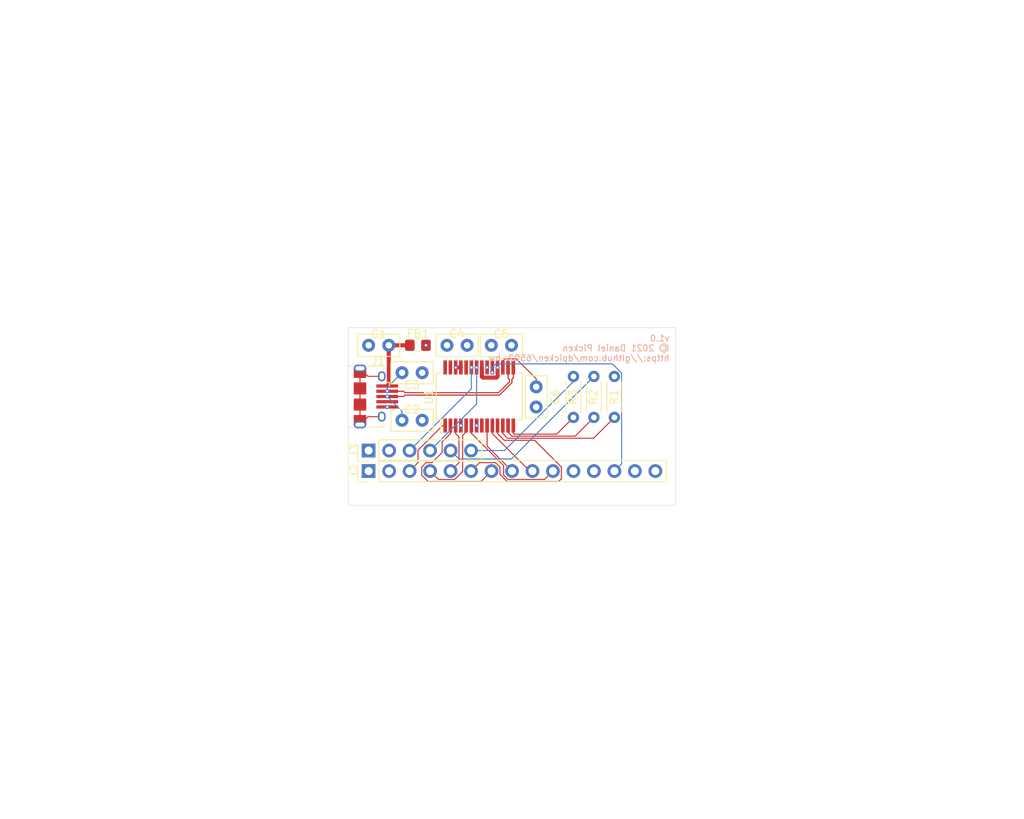
<source format=kicad_pcb>
(kicad_pcb (version 20171130) (host pcbnew "(5.1.12-1-10_14)")

  (general
    (thickness 1.6002)
    (drawings 6)
    (tracks 128)
    (zones 0)
    (modules 14)
    (nets 32)
  )

  (page A4)
  (title_block
    (title "6502 SBC Expansion - USB Serial")
    (date 2021-12-20)
    (rev 1.0)
  )

  (layers
    (0 F.Cu signal)
    (1 In1.Cu signal)
    (2 In2.Cu signal)
    (31 B.Cu signal)
    (32 B.Adhes user)
    (33 F.Adhes user)
    (34 B.Paste user)
    (35 F.Paste user)
    (36 B.SilkS user)
    (37 F.SilkS user)
    (38 B.Mask user)
    (39 F.Mask user)
    (40 Dwgs.User user)
    (41 Cmts.User user)
    (42 Eco1.User user)
    (43 Eco2.User user)
    (44 Edge.Cuts user)
    (45 Margin user)
    (46 B.CrtYd user)
    (47 F.CrtYd user)
    (48 B.Fab user)
    (49 F.Fab user)
  )

  (setup
    (last_trace_width 0.127)
    (trace_clearance 0.127)
    (zone_clearance 0.508)
    (zone_45_only no)
    (trace_min 0.127)
    (via_size 0.508)
    (via_drill 0.254)
    (via_min_size 0.508)
    (via_min_drill 0.254)
    (uvia_size 0.508)
    (uvia_drill 0.254)
    (uvias_allowed no)
    (uvia_min_size 0.508)
    (uvia_min_drill 0.254)
    (edge_width 0.0508)
    (segment_width 0.2032)
    (pcb_text_width 0.254)
    (pcb_text_size 1.524 1.524)
    (mod_edge_width 0.127)
    (mod_text_size 0.762 0.762)
    (mod_text_width 0.127)
    (pad_size 1.524 1.524)
    (pad_drill 0.762)
    (pad_to_mask_clearance 0.0508)
    (aux_axis_origin 0 0)
    (visible_elements FFFFFF7F)
    (pcbplotparams
      (layerselection 0x010fc_ffffffff)
      (usegerberextensions false)
      (usegerberattributes true)
      (usegerberadvancedattributes true)
      (creategerberjobfile true)
      (excludeedgelayer true)
      (linewidth 0.100000)
      (plotframeref false)
      (viasonmask false)
      (mode 1)
      (useauxorigin false)
      (hpglpennumber 1)
      (hpglpenspeed 20)
      (hpglpendiameter 15.000000)
      (psnegative false)
      (psa4output false)
      (plotreference true)
      (plotvalue true)
      (plotinvisibletext false)
      (padsonsilk false)
      (subtractmaskfromsilk false)
      (outputformat 1)
      (mirror false)
      (drillshape 1)
      (scaleselection 1)
      (outputdirectory ""))
  )

  (net 0 "")
  (net 1 GND)
  (net 2 +5V)
  (net 3 "Net-(J1-Pad6)")
  (net 4 D0)
  (net 5 D1)
  (net 6 D2)
  (net 7 D3)
  (net 8 D4)
  (net 9 D5)
  (net 10 D6)
  (net 11 D7)
  (net 12 RESET)
  (net 13 TXF)
  (net 14 "Net-(R1-Pad2)")
  (net 15 TX)
  (net 16 RX)
  (net 17 RXE)
  (net 18 "Net-(C6-Pad2)")
  (net 19 /USB+)
  (net 20 /USB-)
  (net 21 "Net-(J1-Pad4)")
  (net 22 "Net-(J2-Pad11)")
  (net 23 "Net-(J2-Pad12)")
  (net 24 "Net-(J2-Pad15)")
  (net 25 "Net-(U1-Pad8)")
  (net 26 "Net-(U1-Pad24)")
  (net 27 "Net-(U1-Pad27)")
  (net 28 "Net-(U1-Pad28)")
  (net 29 /VBUS)
  (net 30 "Net-(J3-Pad5)")
  (net 31 "Net-(J3-Pad6)")

  (net_class Default "This is the default net class."
    (clearance 0.127)
    (trace_width 0.127)
    (via_dia 0.508)
    (via_drill 0.254)
    (uvia_dia 0.508)
    (uvia_drill 0.254)
    (diff_pair_width 0.127)
    (diff_pair_gap 0.127)
    (add_net D0)
    (add_net D1)
    (add_net D2)
    (add_net D3)
    (add_net D4)
    (add_net D5)
    (add_net D6)
    (add_net D7)
    (add_net "Net-(C6-Pad2)")
    (add_net "Net-(J1-Pad4)")
    (add_net "Net-(J1-Pad6)")
    (add_net "Net-(J2-Pad11)")
    (add_net "Net-(J2-Pad12)")
    (add_net "Net-(J2-Pad15)")
    (add_net "Net-(J3-Pad5)")
    (add_net "Net-(J3-Pad6)")
    (add_net "Net-(R1-Pad2)")
    (add_net "Net-(U1-Pad24)")
    (add_net "Net-(U1-Pad27)")
    (add_net "Net-(U1-Pad28)")
    (add_net "Net-(U1-Pad8)")
    (add_net RESET)
    (add_net RX)
    (add_net RXE)
    (add_net TX)
    (add_net TXF)
  )

  (net_class Power ""
    (clearance 0.127)
    (trace_width 0.508)
    (via_dia 0.508)
    (via_drill 0.254)
    (uvia_dia 0.508)
    (uvia_drill 0.254)
    (diff_pair_width 0.508)
    (diff_pair_gap 0.127)
    (add_net +5V)
    (add_net /VBUS)
    (add_net GND)
  )

  (net_class "USB Data" ""
    (clearance 0.127)
    (trace_width 0.127)
    (via_dia 0.508)
    (via_drill 0.254)
    (uvia_dia 0.508)
    (uvia_drill 0.254)
    (diff_pair_width 0.14097)
    (diff_pair_gap 0.1524)
    (add_net /USB+)
    (add_net /USB-)
  )

  (module connector:PinHeader_1x15_P2.54mm_Vertical (layer F.Cu) (tedit 59FED5CC) (tstamp 61C18872)
    (at 121.92 83.82 90)
    (descr "Through hole straight pin header, 1x15, 2.54mm pitch, single row")
    (tags "Through hole pin header THT 1x15 2.54mm single row")
    (path /61B63AFE)
    (fp_text reference J2 (at 0 -1.778 90) (layer F.SilkS)
      (effects (font (size 1 1) (thickness 0.15)))
    )
    (fp_text value SBC_EXP (at 0 37.89 90) (layer F.Fab)
      (effects (font (size 1 1) (thickness 0.15)))
    )
    (fp_line (start 1.8 -1.8) (end -1.8 -1.8) (layer F.CrtYd) (width 0.05))
    (fp_line (start 1.8 37.35) (end 1.8 -1.8) (layer F.CrtYd) (width 0.05))
    (fp_line (start -1.8 37.35) (end 1.8 37.35) (layer F.CrtYd) (width 0.05))
    (fp_line (start -1.8 -1.8) (end -1.8 37.35) (layer F.CrtYd) (width 0.05))
    (fp_line (start -1.33 -1.33) (end 0 -1.33) (layer F.SilkS) (width 0.12))
    (fp_line (start -1.33 0) (end -1.33 -1.33) (layer F.SilkS) (width 0.12))
    (fp_line (start -1.33 1.27) (end 1.33 1.27) (layer F.SilkS) (width 0.12))
    (fp_line (start 1.33 1.27) (end 1.33 36.89) (layer F.SilkS) (width 0.12))
    (fp_line (start -1.33 1.27) (end -1.33 36.89) (layer F.SilkS) (width 0.12))
    (fp_line (start -1.33 36.89) (end 1.33 36.89) (layer F.SilkS) (width 0.12))
    (fp_line (start -1.27 -0.635) (end -0.635 -1.27) (layer F.Fab) (width 0.1))
    (fp_line (start -1.27 36.83) (end -1.27 -0.635) (layer F.Fab) (width 0.1))
    (fp_line (start 1.27 36.83) (end -1.27 36.83) (layer F.Fab) (width 0.1))
    (fp_line (start 1.27 -1.27) (end 1.27 36.83) (layer F.Fab) (width 0.1))
    (fp_line (start -0.635 -1.27) (end 1.27 -1.27) (layer F.Fab) (width 0.1))
    (fp_text user %R (at 0 17.78) (layer F.Fab)
      (effects (font (size 1 1) (thickness 0.15)))
    )
    (pad 15 thru_hole oval (at 0 35.56 90) (size 1.7 1.7) (drill 1) (layers *.Cu *.Mask)
      (net 24 "Net-(J2-Pad15)"))
    (pad 14 thru_hole oval (at 0 33.02 90) (size 1.7 1.7) (drill 1) (layers *.Cu *.Mask)
      (net 1 GND))
    (pad 13 thru_hole oval (at 0 30.48 90) (size 1.7 1.7) (drill 1) (layers *.Cu *.Mask)
      (net 12 RESET))
    (pad 12 thru_hole oval (at 0 27.94 90) (size 1.7 1.7) (drill 1) (layers *.Cu *.Mask)
      (net 23 "Net-(J2-Pad12)"))
    (pad 11 thru_hole oval (at 0 25.4 90) (size 1.7 1.7) (drill 1) (layers *.Cu *.Mask)
      (net 22 "Net-(J2-Pad11)"))
    (pad 10 thru_hole oval (at 0 22.86 90) (size 1.7 1.7) (drill 1) (layers *.Cu *.Mask)
      (net 11 D7))
    (pad 9 thru_hole oval (at 0 20.32 90) (size 1.7 1.7) (drill 1) (layers *.Cu *.Mask)
      (net 10 D6))
    (pad 8 thru_hole oval (at 0 17.78 90) (size 1.7 1.7) (drill 1) (layers *.Cu *.Mask)
      (net 9 D5))
    (pad 7 thru_hole oval (at 0 15.24 90) (size 1.7 1.7) (drill 1) (layers *.Cu *.Mask)
      (net 8 D4))
    (pad 6 thru_hole oval (at 0 12.7 90) (size 1.7 1.7) (drill 1) (layers *.Cu *.Mask)
      (net 7 D3))
    (pad 5 thru_hole oval (at 0 10.16 90) (size 1.7 1.7) (drill 1) (layers *.Cu *.Mask)
      (net 6 D2))
    (pad 4 thru_hole oval (at 0 7.62 90) (size 1.7 1.7) (drill 1) (layers *.Cu *.Mask)
      (net 5 D1))
    (pad 3 thru_hole oval (at 0 5.08 90) (size 1.7 1.7) (drill 1) (layers *.Cu *.Mask)
      (net 4 D0))
    (pad 2 thru_hole oval (at 0 2.54 90) (size 1.7 1.7) (drill 1) (layers *.Cu *.Mask)
      (net 2 +5V))
    (pad 1 thru_hole rect (at 0 0 90) (size 1.7 1.7) (drill 1) (layers *.Cu *.Mask)
      (net 2 +5V))
    (model ${KISYS3DMOD}/Connector_PinHeader_2.54mm.3dshapes/PinHeader_1x15_P2.54mm_Vertical.wrl
      (at (xyz 0 0 0))
      (scale (xyz 1 1 1))
      (rotate (xyz 0 0 0))
    )
  )

  (module resistor:R_Axial_DIN0204_L3.6mm_D1.6mm_P5.08mm_Horizontal (layer F.Cu) (tedit 5AE5139B) (tstamp 61C08875)
    (at 152.4 72.0906 270)
    (descr "Resistor, Axial_DIN0204 series, Axial, Horizontal, pin pitch=5.08mm, 0.167W, length*diameter=3.6*1.6mm^2, http://cdn-reichelt.de/documents/datenblatt/B400/1_4W%23YAG.pdf")
    (tags "Resistor Axial_DIN0204 series Axial Horizontal pin pitch 5.08mm 0.167W length 3.6mm diameter 1.6mm")
    (path /61BC5A55)
    (fp_text reference R1 (at 2.54 0.0675 90) (layer F.SilkS)
      (effects (font (size 1 1) (thickness 0.15)))
    )
    (fp_text value 10K (at 2.54 1.92 90) (layer F.Fab)
      (effects (font (size 1 1) (thickness 0.15)))
    )
    (fp_line (start 6.03 -1.05) (end -0.95 -1.05) (layer F.CrtYd) (width 0.05))
    (fp_line (start 6.03 1.05) (end 6.03 -1.05) (layer F.CrtYd) (width 0.05))
    (fp_line (start -0.95 1.05) (end 6.03 1.05) (layer F.CrtYd) (width 0.05))
    (fp_line (start -0.95 -1.05) (end -0.95 1.05) (layer F.CrtYd) (width 0.05))
    (fp_line (start 0.62 0.92) (end 4.46 0.92) (layer F.SilkS) (width 0.12))
    (fp_line (start 0.62 -0.92) (end 4.46 -0.92) (layer F.SilkS) (width 0.12))
    (fp_line (start 5.08 0) (end 4.34 0) (layer F.Fab) (width 0.1))
    (fp_line (start 0 0) (end 0.74 0) (layer F.Fab) (width 0.1))
    (fp_line (start 4.34 -0.8) (end 0.74 -0.8) (layer F.Fab) (width 0.1))
    (fp_line (start 4.34 0.8) (end 4.34 -0.8) (layer F.Fab) (width 0.1))
    (fp_line (start 0.74 0.8) (end 4.34 0.8) (layer F.Fab) (width 0.1))
    (fp_line (start 0.74 -0.8) (end 0.74 0.8) (layer F.Fab) (width 0.1))
    (fp_text user %R (at 2.54 0 90) (layer F.Fab)
      (effects (font (size 0.72 0.72) (thickness 0.108)))
    )
    (pad 2 thru_hole oval (at 5.08 0 270) (size 1.4 1.4) (drill 0.7) (layers *.Cu *.Mask)
      (net 14 "Net-(R1-Pad2)"))
    (pad 1 thru_hole circle (at 0 0 270) (size 1.4 1.4) (drill 0.7) (layers *.Cu *.Mask)
      (net 2 +5V))
    (model ${KISYS3DMOD}/Resistor_THT.3dshapes/R_Axial_DIN0204_L3.6mm_D1.6mm_P5.08mm_Horizontal.wrl
      (at (xyz 0 0 0))
      (scale (xyz 1 1 1))
      (rotate (xyz 0 0 0))
    )
  )

  (module resistor:R_Axial_DIN0204_L3.6mm_D1.6mm_P5.08mm_Horizontal (layer F.Cu) (tedit 5AE5139B) (tstamp 61C0883F)
    (at 149.86 77.1706 90)
    (descr "Resistor, Axial_DIN0204 series, Axial, Horizontal, pin pitch=5.08mm, 0.167W, length*diameter=3.6*1.6mm^2, http://cdn-reichelt.de/documents/datenblatt/B400/1_4W%23YAG.pdf")
    (tags "Resistor Axial_DIN0204 series Axial Horizontal pin pitch 5.08mm 0.167W length 3.6mm diameter 1.6mm")
    (path /61B85EFD)
    (fp_text reference R2 (at 2.54 -0.0675 90) (layer F.SilkS)
      (effects (font (size 1 1) (thickness 0.15)))
    )
    (fp_text value 40 (at 2.54 1.92 90) (layer F.Fab)
      (effects (font (size 1 1) (thickness 0.15)))
    )
    (fp_line (start 0.74 -0.8) (end 0.74 0.8) (layer F.Fab) (width 0.1))
    (fp_line (start 0.74 0.8) (end 4.34 0.8) (layer F.Fab) (width 0.1))
    (fp_line (start 4.34 0.8) (end 4.34 -0.8) (layer F.Fab) (width 0.1))
    (fp_line (start 4.34 -0.8) (end 0.74 -0.8) (layer F.Fab) (width 0.1))
    (fp_line (start 0 0) (end 0.74 0) (layer F.Fab) (width 0.1))
    (fp_line (start 5.08 0) (end 4.34 0) (layer F.Fab) (width 0.1))
    (fp_line (start 0.62 -0.92) (end 4.46 -0.92) (layer F.SilkS) (width 0.12))
    (fp_line (start 0.62 0.92) (end 4.46 0.92) (layer F.SilkS) (width 0.12))
    (fp_line (start -0.95 -1.05) (end -0.95 1.05) (layer F.CrtYd) (width 0.05))
    (fp_line (start -0.95 1.05) (end 6.03 1.05) (layer F.CrtYd) (width 0.05))
    (fp_line (start 6.03 1.05) (end 6.03 -1.05) (layer F.CrtYd) (width 0.05))
    (fp_line (start 6.03 -1.05) (end -0.95 -1.05) (layer F.CrtYd) (width 0.05))
    (fp_text user %R (at 2.54 0 90) (layer F.Fab)
      (effects (font (size 0.72 0.72) (thickness 0.108)))
    )
    (pad 1 thru_hole circle (at 0 0 90) (size 1.4 1.4) (drill 0.7) (layers *.Cu *.Mask)
      (net 16 RX))
    (pad 2 thru_hole oval (at 5.08 0 90) (size 1.4 1.4) (drill 0.7) (layers *.Cu *.Mask)
      (net 30 "Net-(J3-Pad5)"))
    (model ${KISYS3DMOD}/Resistor_THT.3dshapes/R_Axial_DIN0204_L3.6mm_D1.6mm_P5.08mm_Horizontal.wrl
      (at (xyz 0 0 0))
      (scale (xyz 1 1 1))
      (rotate (xyz 0 0 0))
    )
  )

  (module resistor:R_Axial_DIN0204_L3.6mm_D1.6mm_P5.08mm_Horizontal (layer F.Cu) (tedit 5AE5139B) (tstamp 61C08809)
    (at 147.32 77.1706 90)
    (descr "Resistor, Axial_DIN0204 series, Axial, Horizontal, pin pitch=5.08mm, 0.167W, length*diameter=3.6*1.6mm^2, http://cdn-reichelt.de/documents/datenblatt/B400/1_4W%23YAG.pdf")
    (tags "Resistor Axial_DIN0204 series Axial Horizontal pin pitch 5.08mm 0.167W length 3.6mm diameter 1.6mm")
    (path /61B86314)
    (fp_text reference R3 (at 2.54 -0.0675 90) (layer F.SilkS)
      (effects (font (size 1 1) (thickness 0.15)))
    )
    (fp_text value 40 (at 2.54 1.92 90) (layer F.Fab)
      (effects (font (size 1 1) (thickness 0.15)))
    )
    (fp_line (start 6.03 -1.05) (end -0.95 -1.05) (layer F.CrtYd) (width 0.05))
    (fp_line (start 6.03 1.05) (end 6.03 -1.05) (layer F.CrtYd) (width 0.05))
    (fp_line (start -0.95 1.05) (end 6.03 1.05) (layer F.CrtYd) (width 0.05))
    (fp_line (start -0.95 -1.05) (end -0.95 1.05) (layer F.CrtYd) (width 0.05))
    (fp_line (start 0.62 0.92) (end 4.46 0.92) (layer F.SilkS) (width 0.12))
    (fp_line (start 0.62 -0.92) (end 4.46 -0.92) (layer F.SilkS) (width 0.12))
    (fp_line (start 5.08 0) (end 4.34 0) (layer F.Fab) (width 0.1))
    (fp_line (start 0 0) (end 0.74 0) (layer F.Fab) (width 0.1))
    (fp_line (start 4.34 -0.8) (end 0.74 -0.8) (layer F.Fab) (width 0.1))
    (fp_line (start 4.34 0.8) (end 4.34 -0.8) (layer F.Fab) (width 0.1))
    (fp_line (start 0.74 0.8) (end 4.34 0.8) (layer F.Fab) (width 0.1))
    (fp_line (start 0.74 -0.8) (end 0.74 0.8) (layer F.Fab) (width 0.1))
    (fp_text user %R (at 2.54 0 90) (layer F.Fab)
      (effects (font (size 0.72 0.72) (thickness 0.108)))
    )
    (pad 2 thru_hole oval (at 5.08 0 90) (size 1.4 1.4) (drill 0.7) (layers *.Cu *.Mask)
      (net 31 "Net-(J3-Pad6)"))
    (pad 1 thru_hole circle (at 0 0 90) (size 1.4 1.4) (drill 0.7) (layers *.Cu *.Mask)
      (net 15 TX))
    (model ${KISYS3DMOD}/Resistor_THT.3dshapes/R_Axial_DIN0204_L3.6mm_D1.6mm_P5.08mm_Horizontal.wrl
      (at (xyz 0 0 0))
      (scale (xyz 1 1 1))
      (rotate (xyz 0 0 0))
    )
  )

  (module package_so:SSOP-28_5.3x10.2mm_P0.65mm (layer F.Cu) (tedit 5A02F25C) (tstamp 61C08797)
    (at 135.636 74.5744 90)
    (descr "28-Lead Plastic Shrink Small Outline (SS)-5.30 mm Body [SSOP] (see Microchip Packaging Specification 00000049BS.pdf)")
    (tags "SSOP 0.65")
    (path /61B5A2E1)
    (attr smd)
    (fp_text reference U1 (at 0 -6.25 90) (layer F.SilkS)
      (effects (font (size 1 1) (thickness 0.15)))
    )
    (fp_text value FT245R (at 0 6.25 90) (layer F.Fab)
      (effects (font (size 1 1) (thickness 0.15)))
    )
    (fp_line (start -1.65 -5.1) (end 2.65 -5.1) (layer F.Fab) (width 0.15))
    (fp_line (start 2.65 -5.1) (end 2.65 5.1) (layer F.Fab) (width 0.15))
    (fp_line (start 2.65 5.1) (end -2.65 5.1) (layer F.Fab) (width 0.15))
    (fp_line (start -2.65 5.1) (end -2.65 -4.1) (layer F.Fab) (width 0.15))
    (fp_line (start -2.65 -4.1) (end -1.65 -5.1) (layer F.Fab) (width 0.15))
    (fp_line (start -4.75 -5.5) (end -4.75 5.5) (layer F.CrtYd) (width 0.05))
    (fp_line (start 4.75 -5.5) (end 4.75 5.5) (layer F.CrtYd) (width 0.05))
    (fp_line (start -4.75 -5.5) (end 4.75 -5.5) (layer F.CrtYd) (width 0.05))
    (fp_line (start -4.75 5.5) (end 4.75 5.5) (layer F.CrtYd) (width 0.05))
    (fp_line (start -2.875 -5.325) (end -2.875 -4.75) (layer F.SilkS) (width 0.15))
    (fp_line (start 2.875 -5.325) (end 2.875 -4.675) (layer F.SilkS) (width 0.15))
    (fp_line (start 2.875 5.325) (end 2.875 4.675) (layer F.SilkS) (width 0.15))
    (fp_line (start -2.875 5.325) (end -2.875 4.675) (layer F.SilkS) (width 0.15))
    (fp_line (start -2.875 -5.325) (end 2.875 -5.325) (layer F.SilkS) (width 0.15))
    (fp_line (start -2.875 5.325) (end 2.875 5.325) (layer F.SilkS) (width 0.15))
    (fp_line (start -2.875 -4.75) (end -4.475 -4.75) (layer F.SilkS) (width 0.15))
    (fp_text user %R (at 0 0 90) (layer F.Fab)
      (effects (font (size 0.8 0.8) (thickness 0.15)))
    )
    (pad 1 smd rect (at -3.6 -4.225 90) (size 1.75 0.45) (layers F.Cu F.Paste F.Mask)
      (net 4 D0))
    (pad 2 smd rect (at -3.6 -3.575 90) (size 1.75 0.45) (layers F.Cu F.Paste F.Mask)
      (net 8 D4))
    (pad 3 smd rect (at -3.6 -2.925 90) (size 1.75 0.45) (layers F.Cu F.Paste F.Mask)
      (net 6 D2))
    (pad 4 smd rect (at -3.6 -2.275 90) (size 1.75 0.45) (layers F.Cu F.Paste F.Mask)
      (net 2 +5V))
    (pad 5 smd rect (at -3.6 -1.625 90) (size 1.75 0.45) (layers F.Cu F.Paste F.Mask)
      (net 5 D1))
    (pad 6 smd rect (at -3.6 -0.975 90) (size 1.75 0.45) (layers F.Cu F.Paste F.Mask)
      (net 11 D7))
    (pad 7 smd rect (at -3.6 -0.325 90) (size 1.75 0.45) (layers F.Cu F.Paste F.Mask)
      (net 1 GND))
    (pad 8 smd rect (at -3.6 0.325 90) (size 1.75 0.45) (layers F.Cu F.Paste F.Mask)
      (net 25 "Net-(U1-Pad8)"))
    (pad 9 smd rect (at -3.6 0.975 90) (size 1.75 0.45) (layers F.Cu F.Paste F.Mask)
      (net 9 D5))
    (pad 10 smd rect (at -3.6 1.625 90) (size 1.75 0.45) (layers F.Cu F.Paste F.Mask)
      (net 10 D6))
    (pad 11 smd rect (at -3.6 2.275 90) (size 1.75 0.45) (layers F.Cu F.Paste F.Mask)
      (net 7 D3))
    (pad 12 smd rect (at -3.6 2.925 90) (size 1.75 0.45) (layers F.Cu F.Paste F.Mask)
      (net 14 "Net-(R1-Pad2)"))
    (pad 13 smd rect (at -3.6 3.575 90) (size 1.75 0.45) (layers F.Cu F.Paste F.Mask)
      (net 16 RX))
    (pad 14 smd rect (at -3.6 4.225 90) (size 1.75 0.45) (layers F.Cu F.Paste F.Mask)
      (net 15 TX))
    (pad 15 smd rect (at 3.6 4.225 90) (size 1.75 0.45) (layers F.Cu F.Paste F.Mask)
      (net 19 /USB+))
    (pad 16 smd rect (at 3.6 3.575 90) (size 1.75 0.45) (layers F.Cu F.Paste F.Mask)
      (net 20 /USB-))
    (pad 17 smd rect (at 3.6 2.925 90) (size 1.75 0.45) (layers F.Cu F.Paste F.Mask)
      (net 18 "Net-(C6-Pad2)"))
    (pad 18 smd rect (at 3.6 2.275 90) (size 1.75 0.45) (layers F.Cu F.Paste F.Mask)
      (net 1 GND))
    (pad 19 smd rect (at 3.6 1.625 90) (size 1.75 0.45) (layers F.Cu F.Paste F.Mask)
      (net 12 RESET))
    (pad 20 smd rect (at 3.6 0.975 90) (size 1.75 0.45) (layers F.Cu F.Paste F.Mask)
      (net 2 +5V))
    (pad 21 smd rect (at 3.6 0.325 90) (size 1.75 0.45) (layers F.Cu F.Paste F.Mask)
      (net 1 GND))
    (pad 22 smd rect (at 3.6 -0.325 90) (size 1.75 0.45) (layers F.Cu F.Paste F.Mask)
      (net 13 TXF))
    (pad 23 smd rect (at 3.6 -0.975 90) (size 1.75 0.45) (layers F.Cu F.Paste F.Mask)
      (net 17 RXE))
    (pad 24 smd rect (at 3.6 -1.625 90) (size 1.75 0.45) (layers F.Cu F.Paste F.Mask)
      (net 26 "Net-(U1-Pad24)"))
    (pad 25 smd rect (at 3.6 -2.275 90) (size 1.75 0.45) (layers F.Cu F.Paste F.Mask)
      (net 1 GND))
    (pad 26 smd rect (at 3.6 -2.925 90) (size 1.75 0.45) (layers F.Cu F.Paste F.Mask)
      (net 1 GND))
    (pad 27 smd rect (at 3.6 -3.575 90) (size 1.75 0.45) (layers F.Cu F.Paste F.Mask)
      (net 27 "Net-(U1-Pad27)"))
    (pad 28 smd rect (at 3.6 -4.225 90) (size 1.75 0.45) (layers F.Cu F.Paste F.Mask)
      (net 28 "Net-(U1-Pad28)"))
    (model ${KISYS3DMOD}/Package_SO.3dshapes/SSOP-28_5.3x10.2mm_P0.65mm.wrl
      (at (xyz 0 0 0))
      (scale (xyz 1 1 1))
      (rotate (xyz 0 0 0))
    )
  )

  (module capacitor:C_Disc_D5.0mm_W2.5mm_P2.50mm (layer F.Cu) (tedit 5AE50EF0) (tstamp 61C08743)
    (at 124.42 68.2244 180)
    (descr "C, Disc series, Radial, pin pitch=2.50mm, , diameter*width=5*2.5mm^2, Capacitor, http://cdn-reichelt.de/documents/datenblatt/B300/DS_KERKO_TC.pdf")
    (tags "C Disc series Radial pin pitch 2.50mm  diameter 5mm width 2.5mm Capacitor")
    (path /61B7C80B)
    (fp_text reference C1 (at 1.25 1.4224) (layer F.SilkS)
      (effects (font (size 1 1) (thickness 0.15)))
    )
    (fp_text value 10nF (at 1.25 2.5) (layer F.Fab)
      (effects (font (size 1 1) (thickness 0.15)))
    )
    (fp_line (start -1.25 -1.25) (end -1.25 1.25) (layer F.Fab) (width 0.1))
    (fp_line (start -1.25 1.25) (end 3.75 1.25) (layer F.Fab) (width 0.1))
    (fp_line (start 3.75 1.25) (end 3.75 -1.25) (layer F.Fab) (width 0.1))
    (fp_line (start 3.75 -1.25) (end -1.25 -1.25) (layer F.Fab) (width 0.1))
    (fp_line (start -1.37 -1.37) (end 3.87 -1.37) (layer F.SilkS) (width 0.12))
    (fp_line (start -1.37 1.37) (end 3.87 1.37) (layer F.SilkS) (width 0.12))
    (fp_line (start -1.37 -1.37) (end -1.37 1.37) (layer F.SilkS) (width 0.12))
    (fp_line (start 3.87 -1.37) (end 3.87 1.37) (layer F.SilkS) (width 0.12))
    (fp_line (start -1.5 -1.5) (end -1.5 1.5) (layer F.CrtYd) (width 0.05))
    (fp_line (start -1.5 1.5) (end 4 1.5) (layer F.CrtYd) (width 0.05))
    (fp_line (start 4 1.5) (end 4 -1.5) (layer F.CrtYd) (width 0.05))
    (fp_line (start 4 -1.5) (end -1.5 -1.5) (layer F.CrtYd) (width 0.05))
    (fp_text user %R (at 1.25 0) (layer F.Fab)
      (effects (font (size 1 1) (thickness 0.15)))
    )
    (pad 2 thru_hole circle (at 2.5 0 180) (size 1.6 1.6) (drill 0.8) (layers *.Cu *.Mask)
      (net 1 GND))
    (pad 1 thru_hole circle (at 0 0 180) (size 1.6 1.6) (drill 0.8) (layers *.Cu *.Mask)
      (net 29 /VBUS))
    (model ${KISYS3DMOD}/Capacitor_THT.3dshapes/C_Disc_D5.0mm_W2.5mm_P2.50mm.wrl
      (at (xyz 0 0 0))
      (scale (xyz 1 1 1))
      (rotate (xyz 0 0 0))
    )
  )

  (module capacitor:C_Disc_D5.0mm_W2.5mm_P2.50mm (layer F.Cu) (tedit 5AE50EF0) (tstamp 61C08A25)
    (at 131.636 68.2244)
    (descr "C, Disc series, Radial, pin pitch=2.50mm, , diameter*width=5*2.5mm^2, Capacitor, http://cdn-reichelt.de/documents/datenblatt/B300/DS_KERKO_TC.pdf")
    (tags "C Disc series Radial pin pitch 2.50mm  diameter 5mm width 2.5mm Capacitor")
    (path /61B818DD)
    (fp_text reference C4 (at 1.25 -1.4224) (layer F.SilkS)
      (effects (font (size 1 1) (thickness 0.15)))
    )
    (fp_text value 4.7uF (at 1.25 2.5) (layer F.Fab)
      (effects (font (size 1 1) (thickness 0.15)))
    )
    (fp_line (start -1.25 -1.25) (end -1.25 1.25) (layer F.Fab) (width 0.1))
    (fp_line (start -1.25 1.25) (end 3.75 1.25) (layer F.Fab) (width 0.1))
    (fp_line (start 3.75 1.25) (end 3.75 -1.25) (layer F.Fab) (width 0.1))
    (fp_line (start 3.75 -1.25) (end -1.25 -1.25) (layer F.Fab) (width 0.1))
    (fp_line (start -1.37 -1.37) (end 3.87 -1.37) (layer F.SilkS) (width 0.12))
    (fp_line (start -1.37 1.37) (end 3.87 1.37) (layer F.SilkS) (width 0.12))
    (fp_line (start -1.37 -1.37) (end -1.37 1.37) (layer F.SilkS) (width 0.12))
    (fp_line (start 3.87 -1.37) (end 3.87 1.37) (layer F.SilkS) (width 0.12))
    (fp_line (start -1.5 -1.5) (end -1.5 1.5) (layer F.CrtYd) (width 0.05))
    (fp_line (start -1.5 1.5) (end 4 1.5) (layer F.CrtYd) (width 0.05))
    (fp_line (start 4 1.5) (end 4 -1.5) (layer F.CrtYd) (width 0.05))
    (fp_line (start 4 -1.5) (end -1.5 -1.5) (layer F.CrtYd) (width 0.05))
    (fp_text user %R (at 1.25 0) (layer F.Fab)
      (effects (font (size 1 1) (thickness 0.15)))
    )
    (pad 2 thru_hole circle (at 2.5 0) (size 1.6 1.6) (drill 0.8) (layers *.Cu *.Mask)
      (net 1 GND))
    (pad 1 thru_hole circle (at 0 0) (size 1.6 1.6) (drill 0.8) (layers *.Cu *.Mask)
      (net 2 +5V))
    (model ${KISYS3DMOD}/Capacitor_THT.3dshapes/C_Disc_D5.0mm_W2.5mm_P2.50mm.wrl
      (at (xyz 0 0 0))
      (scale (xyz 1 1 1))
      (rotate (xyz 0 0 0))
    )
  )

  (module capacitor:C_Disc_D5.0mm_W2.5mm_P2.50mm (layer F.Cu) (tedit 5AE50EF0) (tstamp 61C089EF)
    (at 137.136 68.2244)
    (descr "C, Disc series, Radial, pin pitch=2.50mm, , diameter*width=5*2.5mm^2, Capacitor, http://cdn-reichelt.de/documents/datenblatt/B300/DS_KERKO_TC.pdf")
    (tags "C Disc series Radial pin pitch 2.50mm  diameter 5mm width 2.5mm Capacitor")
    (path /61B812BD)
    (fp_text reference C5 (at 1.25 -1.4224) (layer F.SilkS)
      (effects (font (size 1 1) (thickness 0.15)))
    )
    (fp_text value 0.1uF (at 1.25 2.5) (layer F.Fab)
      (effects (font (size 1 1) (thickness 0.15)))
    )
    (fp_line (start 4 -1.5) (end -1.5 -1.5) (layer F.CrtYd) (width 0.05))
    (fp_line (start 4 1.5) (end 4 -1.5) (layer F.CrtYd) (width 0.05))
    (fp_line (start -1.5 1.5) (end 4 1.5) (layer F.CrtYd) (width 0.05))
    (fp_line (start -1.5 -1.5) (end -1.5 1.5) (layer F.CrtYd) (width 0.05))
    (fp_line (start 3.87 -1.37) (end 3.87 1.37) (layer F.SilkS) (width 0.12))
    (fp_line (start -1.37 -1.37) (end -1.37 1.37) (layer F.SilkS) (width 0.12))
    (fp_line (start -1.37 1.37) (end 3.87 1.37) (layer F.SilkS) (width 0.12))
    (fp_line (start -1.37 -1.37) (end 3.87 -1.37) (layer F.SilkS) (width 0.12))
    (fp_line (start 3.75 -1.25) (end -1.25 -1.25) (layer F.Fab) (width 0.1))
    (fp_line (start 3.75 1.25) (end 3.75 -1.25) (layer F.Fab) (width 0.1))
    (fp_line (start -1.25 1.25) (end 3.75 1.25) (layer F.Fab) (width 0.1))
    (fp_line (start -1.25 -1.25) (end -1.25 1.25) (layer F.Fab) (width 0.1))
    (fp_text user %R (at 1.25 0) (layer F.Fab)
      (effects (font (size 1 1) (thickness 0.15)))
    )
    (pad 1 thru_hole circle (at 0 0) (size 1.6 1.6) (drill 0.8) (layers *.Cu *.Mask)
      (net 2 +5V))
    (pad 2 thru_hole circle (at 2.5 0) (size 1.6 1.6) (drill 0.8) (layers *.Cu *.Mask)
      (net 1 GND))
    (model ${KISYS3DMOD}/Capacitor_THT.3dshapes/C_Disc_D5.0mm_W2.5mm_P2.50mm.wrl
      (at (xyz 0 0 0))
      (scale (xyz 1 1 1))
      (rotate (xyz 0 0 0))
    )
  )

  (module capacitor:C_Disc_D5.0mm_W2.5mm_P2.50mm (layer F.Cu) (tedit 5AE50EF0) (tstamp 61C089B9)
    (at 142.6972 75.8806 90)
    (descr "C, Disc series, Radial, pin pitch=2.50mm, , diameter*width=5*2.5mm^2, Capacitor, http://cdn-reichelt.de/documents/datenblatt/B300/DS_KERKO_TC.pdf")
    (tags "C Disc series Radial pin pitch 2.50mm  diameter 5mm width 2.5mm Capacitor")
    (path /61BC8390)
    (fp_text reference C6 (at 1.25 2.3368 90) (layer F.SilkS)
      (effects (font (size 1 1) (thickness 0.15)))
    )
    (fp_text value 0.1uF (at 1.25 2.5 90) (layer F.Fab)
      (effects (font (size 1 1) (thickness 0.15)))
    )
    (fp_line (start 4 -1.5) (end -1.5 -1.5) (layer F.CrtYd) (width 0.05))
    (fp_line (start 4 1.5) (end 4 -1.5) (layer F.CrtYd) (width 0.05))
    (fp_line (start -1.5 1.5) (end 4 1.5) (layer F.CrtYd) (width 0.05))
    (fp_line (start -1.5 -1.5) (end -1.5 1.5) (layer F.CrtYd) (width 0.05))
    (fp_line (start 3.87 -1.37) (end 3.87 1.37) (layer F.SilkS) (width 0.12))
    (fp_line (start -1.37 -1.37) (end -1.37 1.37) (layer F.SilkS) (width 0.12))
    (fp_line (start -1.37 1.37) (end 3.87 1.37) (layer F.SilkS) (width 0.12))
    (fp_line (start -1.37 -1.37) (end 3.87 -1.37) (layer F.SilkS) (width 0.12))
    (fp_line (start 3.75 -1.25) (end -1.25 -1.25) (layer F.Fab) (width 0.1))
    (fp_line (start 3.75 1.25) (end 3.75 -1.25) (layer F.Fab) (width 0.1))
    (fp_line (start -1.25 1.25) (end 3.75 1.25) (layer F.Fab) (width 0.1))
    (fp_line (start -1.25 -1.25) (end -1.25 1.25) (layer F.Fab) (width 0.1))
    (fp_text user %R (at 1.25 0 90) (layer F.Fab)
      (effects (font (size 1 1) (thickness 0.15)))
    )
    (pad 1 thru_hole circle (at 0 0 90) (size 1.6 1.6) (drill 0.8) (layers *.Cu *.Mask)
      (net 1 GND))
    (pad 2 thru_hole circle (at 2.5 0 90) (size 1.6 1.6) (drill 0.8) (layers *.Cu *.Mask)
      (net 18 "Net-(C6-Pad2)"))
    (model ${KISYS3DMOD}/Capacitor_THT.3dshapes/C_Disc_D5.0mm_W2.5mm_P2.50mm.wrl
      (at (xyz 0 0 0))
      (scale (xyz 1 1 1))
      (rotate (xyz 0 0 0))
    )
  )

  (module usb:USB_Micro-B_Amphenol_10118194_Horizontal_HandSoldering (layer F.Cu) (tedit 61BC1DD6) (tstamp 61C08957)
    (at 122.1486 74.5744 270)
    (descr "USB Micro-B receptacle, horizontal, SMD, 10118194, https://cdn.amphenol-icc.com/media/wysiwyg/files/drawing/10118194.pdf")
    (tags "USB Micro B horizontal SMD")
    (path /61B74875)
    (attr smd)
    (fp_text reference J1 (at -4.3942 -0.9906) (layer F.SilkS)
      (effects (font (size 1 1) (thickness 0.15)))
    )
    (fp_text value USB_B_Micro (at 0 4.75 90) (layer F.Fab)
      (effects (font (size 1 1) (thickness 0.15)))
    )
    (fp_line (start -3.65 -0.55) (end -2.65 -1.55) (layer F.Fab) (width 0.1))
    (fp_line (start -1.76 -1.89) (end -1.76 -2.34) (layer F.SilkS) (width 0.12))
    (fp_line (start -1.31 -2.34) (end -1.76 -2.34) (layer F.SilkS) (width 0.12))
    (fp_line (start 4.45 -2.58) (end 4.45 3.95) (layer F.CrtYd) (width 0.05))
    (fp_line (start -4.45 -2.58) (end -4.45 3.95) (layer F.CrtYd) (width 0.05))
    (fp_line (start -4.45 -2.58) (end 4.45 -2.58) (layer F.CrtYd) (width 0.05))
    (fp_line (start -4.45 3.95) (end 4.45 3.95) (layer F.CrtYd) (width 0.05))
    (fp_line (start 3 2.75) (end -3 2.75) (layer Dwgs.User) (width 0.1))
    (fp_line (start -3.76 -1.66) (end -3.34 -1.66) (layer F.SilkS) (width 0.12))
    (fp_line (start -3.76 0.32) (end -3.76 -1.66) (layer F.SilkS) (width 0.12))
    (fp_line (start -3.76 2.69) (end -3.76 2.29) (layer F.SilkS) (width 0.12))
    (fp_line (start 3.76 2.29) (end 3.76 2.69) (layer F.SilkS) (width 0.12))
    (fp_line (start 3.76 -1.66) (end 3.34 -1.66) (layer F.SilkS) (width 0.12))
    (fp_line (start 3.76 0.32) (end 3.76 -1.66) (layer F.SilkS) (width 0.12))
    (fp_line (start -3.65 3.45) (end -3.65 -0.55) (layer F.Fab) (width 0.1))
    (fp_line (start 3.65 3.45) (end -3.65 3.45) (layer F.Fab) (width 0.1))
    (fp_line (start 3.65 -1.55) (end 3.65 3.45) (layer F.Fab) (width 0.1))
    (fp_line (start -2.65 -1.55) (end 3.65 -1.55) (layer F.Fab) (width 0.1))
    (fp_text user "PCB Edge" (at 0 2.75 90) (layer Dwgs.User)
      (effects (font (size 0.5 0.5) (thickness 0.08)))
    )
    (fp_text user %R (at 0 -0.05 90) (layer F.Fab)
      (effects (font (size 1 1) (thickness 0.15)))
    )
    (pad "" smd oval (at 2.5 -1.4 270) (size 1.25 0.95) (layers F.Paste))
    (pad "" smd oval (at -2.5 -1.4 270) (size 1.25 0.95) (layers F.Paste))
    (pad 6 thru_hole oval (at 3.5 1.3 270) (size 0.89 1.55) (drill oval 0.5 1.15) (layers *.Cu *.Mask)
      (net 3 "Net-(J1-Pad6)"))
    (pad 6 thru_hole oval (at -3.5 1.3 270) (size 0.89 1.55) (drill oval 0.5 1.15) (layers *.Cu *.Mask)
      (net 3 "Net-(J1-Pad6)"))
    (pad 6 smd rect (at 2.9 1.3 270) (size 1.2 1.55) (layers F.Cu F.Paste F.Mask)
      (net 3 "Net-(J1-Pad6)"))
    (pad 6 smd rect (at -2.9 1.3 270) (size 1.2 1.55) (layers F.Cu F.Paste F.Mask)
      (net 3 "Net-(J1-Pad6)"))
    (pad "" smd oval (at 3.5 1.3 270) (size 0.89 1.55) (layers F.Paste))
    (pad 6 smd rect (at 1 1.3 270) (size 1.5 1.55) (layers F.Cu F.Paste F.Mask)
      (net 3 "Net-(J1-Pad6)"))
    (pad 6 smd rect (at -1 1.3 270) (size 1.5 1.55) (layers F.Cu F.Paste F.Mask)
      (net 3 "Net-(J1-Pad6)"))
    (pad 6 thru_hole oval (at 2.5 -1.4 270) (size 1.25 0.95) (drill oval 0.85 0.55) (layers *.Cu *.Mask)
      (net 3 "Net-(J1-Pad6)"))
    (pad "" smd oval (at -3.5 1.3 270) (size 0.89 1.55) (layers F.Paste))
    (pad 6 thru_hole oval (at -2.5 -1.4 270) (size 1.25 0.95) (drill oval 0.85 0.55) (layers *.Cu *.Mask)
      (net 3 "Net-(J1-Pad6)"))
    (pad 5 smd rect (at 1.3 -2.075 270) (size 0.4 2.7) (layers F.Cu F.Paste F.Mask)
      (net 1 GND))
    (pad 4 smd rect (at 0.65 -2.075 270) (size 0.4 2.7) (layers F.Cu F.Paste F.Mask)
      (net 21 "Net-(J1-Pad4)"))
    (pad 3 smd rect (at 0 -2.075 270) (size 0.4 2.7) (layers F.Cu F.Paste F.Mask)
      (net 19 /USB+))
    (pad 2 smd rect (at -0.65 -2.075 270) (size 0.4 2.7) (layers F.Cu F.Paste F.Mask)
      (net 20 /USB-))
    (pad 1 smd rect (at -1.3 -2.075 270) (size 0.4 2.7) (layers F.Cu F.Paste F.Mask)
      (net 29 /VBUS))
    (model ${KISYS3DMOD}/Connector_USB.3dshapes/USB_Micro-B_Amphenol_10118194_Horizontal.wrl
      (at (xyz 0 0 0))
      (scale (xyz 1 1 1))
      (rotate (xyz 0 0 0))
    )
  )

  (module resistor_smd:R_0805_2012Metric_Pad1.20x1.40mm_HandSolder (layer F.Cu) (tedit 5F68FEEE) (tstamp 61C0890F)
    (at 128.028 68.2244 180)
    (descr "Resistor SMD 0805 (2012 Metric), square (rectangular) end terminal, IPC_7351 nominal with elongated pad for handsoldering. (Body size source: IPC-SM-782 page 72, https://www.pcb-3d.com/wordpress/wp-content/uploads/ipc-sm-782a_amendment_1_and_2.pdf), generated with kicad-footprint-generator")
    (tags "resistor handsolder")
    (path /61B822ED)
    (attr smd)
    (fp_text reference FB1 (at 0 1.4224) (layer F.SilkS)
      (effects (font (size 1 1) (thickness 0.15)))
    )
    (fp_text value Ferrite_Bead (at 0 1.65) (layer F.Fab)
      (effects (font (size 1 1) (thickness 0.15)))
    )
    (fp_line (start -1 0.625) (end -1 -0.625) (layer F.Fab) (width 0.1))
    (fp_line (start -1 -0.625) (end 1 -0.625) (layer F.Fab) (width 0.1))
    (fp_line (start 1 -0.625) (end 1 0.625) (layer F.Fab) (width 0.1))
    (fp_line (start 1 0.625) (end -1 0.625) (layer F.Fab) (width 0.1))
    (fp_line (start -0.227064 -0.735) (end 0.227064 -0.735) (layer F.SilkS) (width 0.12))
    (fp_line (start -0.227064 0.735) (end 0.227064 0.735) (layer F.SilkS) (width 0.12))
    (fp_line (start -1.85 0.95) (end -1.85 -0.95) (layer F.CrtYd) (width 0.05))
    (fp_line (start -1.85 -0.95) (end 1.85 -0.95) (layer F.CrtYd) (width 0.05))
    (fp_line (start 1.85 -0.95) (end 1.85 0.95) (layer F.CrtYd) (width 0.05))
    (fp_line (start 1.85 0.95) (end -1.85 0.95) (layer F.CrtYd) (width 0.05))
    (fp_text user %R (at 0 0) (layer F.Fab)
      (effects (font (size 0.5 0.5) (thickness 0.08)))
    )
    (pad 2 smd roundrect (at 1 0 180) (size 1.2 1.4) (layers F.Cu F.Paste F.Mask) (roundrect_rratio 0.208333)
      (net 29 /VBUS))
    (pad 1 smd roundrect (at -1 0 180) (size 1.2 1.4) (layers F.Cu F.Paste F.Mask) (roundrect_rratio 0.208333)
      (net 2 +5V))
    (model ${KISYS3DMOD}/Resistor_SMD.3dshapes/R_0805_2012Metric.wrl
      (at (xyz 0 0 0))
      (scale (xyz 1 1 1))
      (rotate (xyz 0 0 0))
    )
  )

  (module connector:PinHeader_1x06_P2.54mm_Vertical (layer F.Cu) (tedit 59FED5CC) (tstamp 61C185CB)
    (at 121.92 81.28 90)
    (descr "Through hole straight pin header, 1x06, 2.54mm pitch, single row")
    (tags "Through hole pin header THT 1x06 2.54mm single row")
    (path /61BEC058)
    (fp_text reference J3 (at 0 -1.778 90) (layer F.SilkS)
      (effects (font (size 1 1) (thickness 0.15)))
    )
    (fp_text value SBC_EXP (at 0 15.03 90) (layer F.Fab)
      (effects (font (size 1 1) (thickness 0.15)))
    )
    (fp_line (start 1.8 -1.8) (end -1.8 -1.8) (layer F.CrtYd) (width 0.05))
    (fp_line (start 1.8 14.5) (end 1.8 -1.8) (layer F.CrtYd) (width 0.05))
    (fp_line (start -1.8 14.5) (end 1.8 14.5) (layer F.CrtYd) (width 0.05))
    (fp_line (start -1.8 -1.8) (end -1.8 14.5) (layer F.CrtYd) (width 0.05))
    (fp_line (start -1.33 -1.33) (end 0 -1.33) (layer F.SilkS) (width 0.12))
    (fp_line (start -1.33 0) (end -1.33 -1.33) (layer F.SilkS) (width 0.12))
    (fp_line (start -1.33 1.27) (end 1.33 1.27) (layer F.SilkS) (width 0.12))
    (fp_line (start 1.33 1.27) (end 1.33 14.03) (layer F.SilkS) (width 0.12))
    (fp_line (start -1.33 1.27) (end -1.33 14.03) (layer F.SilkS) (width 0.12))
    (fp_line (start -1.33 14.03) (end 1.33 14.03) (layer F.SilkS) (width 0.12))
    (fp_line (start -1.27 -0.635) (end -0.635 -1.27) (layer F.Fab) (width 0.1))
    (fp_line (start -1.27 13.97) (end -1.27 -0.635) (layer F.Fab) (width 0.1))
    (fp_line (start 1.27 13.97) (end -1.27 13.97) (layer F.Fab) (width 0.1))
    (fp_line (start 1.27 -1.27) (end 1.27 13.97) (layer F.Fab) (width 0.1))
    (fp_line (start -0.635 -1.27) (end 1.27 -1.27) (layer F.Fab) (width 0.1))
    (fp_text user %R (at 0 6.35) (layer F.Fab)
      (effects (font (size 1 1) (thickness 0.15)))
    )
    (pad 6 thru_hole oval (at 0 12.7 90) (size 1.7 1.7) (drill 1) (layers *.Cu *.Mask)
      (net 31 "Net-(J3-Pad6)"))
    (pad 5 thru_hole oval (at 0 10.16 90) (size 1.7 1.7) (drill 1) (layers *.Cu *.Mask)
      (net 30 "Net-(J3-Pad5)"))
    (pad 4 thru_hole oval (at 0 7.62 90) (size 1.7 1.7) (drill 1) (layers *.Cu *.Mask)
      (net 13 TXF))
    (pad 3 thru_hole oval (at 0 5.08 90) (size 1.7 1.7) (drill 1) (layers *.Cu *.Mask)
      (net 17 RXE))
    (pad 2 thru_hole oval (at 0 2.54 90) (size 1.7 1.7) (drill 1) (layers *.Cu *.Mask)
      (net 2 +5V))
    (pad 1 thru_hole rect (at 0 0 90) (size 1.7 1.7) (drill 1) (layers *.Cu *.Mask)
      (net 2 +5V))
    (model ${KISYS3DMOD}/Connector_PinHeader_2.54mm.3dshapes/PinHeader_1x06_P2.54mm_Vertical.wrl
      (at (xyz 0 0 0))
      (scale (xyz 1 1 1))
      (rotate (xyz 0 0 0))
    )
  )

  (module capacitor:C_Disc_D5.0mm_W2.5mm_P2.50mm (layer F.Cu) (tedit 5AE50EF0) (tstamp 61C17BCC)
    (at 126.0602 77.5244)
    (descr "C, Disc series, Radial, pin pitch=2.50mm, , diameter*width=5*2.5mm^2, Capacitor, http://cdn-reichelt.de/documents/datenblatt/B300/DS_KERKO_TC.pdf")
    (tags "C Disc series Radial pin pitch 2.50mm  diameter 5mm width 2.5mm Capacitor")
    (path /61C7761E)
    (fp_text reference C2 (at 1.25 -1.3244) (layer F.SilkS)
      (effects (font (size 1 1) (thickness 0.15)))
    )
    (fp_text value 47pF (at 1.25 2.5) (layer F.Fab)
      (effects (font (size 1 1) (thickness 0.15)))
    )
    (fp_line (start -1.25 -1.25) (end -1.25 1.25) (layer F.Fab) (width 0.1))
    (fp_line (start -1.25 1.25) (end 3.75 1.25) (layer F.Fab) (width 0.1))
    (fp_line (start 3.75 1.25) (end 3.75 -1.25) (layer F.Fab) (width 0.1))
    (fp_line (start 3.75 -1.25) (end -1.25 -1.25) (layer F.Fab) (width 0.1))
    (fp_line (start -1.37 -1.37) (end 3.87 -1.37) (layer F.SilkS) (width 0.12))
    (fp_line (start -1.37 1.37) (end 3.87 1.37) (layer F.SilkS) (width 0.12))
    (fp_line (start -1.37 -1.37) (end -1.37 1.37) (layer F.SilkS) (width 0.12))
    (fp_line (start 3.87 -1.37) (end 3.87 1.37) (layer F.SilkS) (width 0.12))
    (fp_line (start -1.5 -1.5) (end -1.5 1.5) (layer F.CrtYd) (width 0.05))
    (fp_line (start -1.5 1.5) (end 4 1.5) (layer F.CrtYd) (width 0.05))
    (fp_line (start 4 1.5) (end 4 -1.5) (layer F.CrtYd) (width 0.05))
    (fp_line (start 4 -1.5) (end -1.5 -1.5) (layer F.CrtYd) (width 0.05))
    (fp_text user %R (at 1.25 0) (layer F.Fab)
      (effects (font (size 1 1) (thickness 0.15)))
    )
    (pad 2 thru_hole circle (at 2.5 0) (size 1.6 1.6) (drill 0.8) (layers *.Cu *.Mask)
      (net 1 GND))
    (pad 1 thru_hole circle (at 0 0) (size 1.6 1.6) (drill 0.8) (layers *.Cu *.Mask)
      (net 19 /USB+))
    (model ${KISYS3DMOD}/Capacitor_THT.3dshapes/C_Disc_D5.0mm_W2.5mm_P2.50mm.wrl
      (at (xyz 0 0 0))
      (scale (xyz 1 1 1))
      (rotate (xyz 0 0 0))
    )
  )

  (module capacitor:C_Disc_D5.0mm_W2.5mm_P2.50mm (layer F.Cu) (tedit 5AE50EF0) (tstamp 61C17B22)
    (at 126.0602 71.6244)
    (descr "C, Disc series, Radial, pin pitch=2.50mm, , diameter*width=5*2.5mm^2, Capacitor, http://cdn-reichelt.de/documents/datenblatt/B300/DS_KERKO_TC.pdf")
    (tags "C Disc series Radial pin pitch 2.50mm  diameter 5mm width 2.5mm Capacitor")
    (path /61C76F61)
    (fp_text reference C3 (at 1.25 1.5276) (layer F.SilkS)
      (effects (font (size 1 1) (thickness 0.15)))
    )
    (fp_text value 47pF (at 1.25 2.5) (layer F.Fab)
      (effects (font (size 1 1) (thickness 0.15)))
    )
    (fp_line (start 4 -1.5) (end -1.5 -1.5) (layer F.CrtYd) (width 0.05))
    (fp_line (start 4 1.5) (end 4 -1.5) (layer F.CrtYd) (width 0.05))
    (fp_line (start -1.5 1.5) (end 4 1.5) (layer F.CrtYd) (width 0.05))
    (fp_line (start -1.5 -1.5) (end -1.5 1.5) (layer F.CrtYd) (width 0.05))
    (fp_line (start 3.87 -1.37) (end 3.87 1.37) (layer F.SilkS) (width 0.12))
    (fp_line (start -1.37 -1.37) (end -1.37 1.37) (layer F.SilkS) (width 0.12))
    (fp_line (start -1.37 1.37) (end 3.87 1.37) (layer F.SilkS) (width 0.12))
    (fp_line (start -1.37 -1.37) (end 3.87 -1.37) (layer F.SilkS) (width 0.12))
    (fp_line (start 3.75 -1.25) (end -1.25 -1.25) (layer F.Fab) (width 0.1))
    (fp_line (start 3.75 1.25) (end 3.75 -1.25) (layer F.Fab) (width 0.1))
    (fp_line (start -1.25 1.25) (end 3.75 1.25) (layer F.Fab) (width 0.1))
    (fp_line (start -1.25 -1.25) (end -1.25 1.25) (layer F.Fab) (width 0.1))
    (fp_text user %R (at 1.25 0) (layer F.Fab)
      (effects (font (size 1 1) (thickness 0.15)))
    )
    (pad 1 thru_hole circle (at 0 0) (size 1.6 1.6) (drill 0.8) (layers *.Cu *.Mask)
      (net 20 /USB-))
    (pad 2 thru_hole circle (at 2.5 0) (size 1.6 1.6) (drill 0.8) (layers *.Cu *.Mask)
      (net 1 GND))
    (model ${KISYS3DMOD}/Capacitor_THT.3dshapes/C_Disc_D5.0mm_W2.5mm_P2.50mm.wrl
      (at (xyz 0 0 0))
      (scale (xyz 1 1 1))
      (rotate (xyz 0 0 0))
    )
  )

  (gr_text "v1.0\n© 2021 Daniel Picken\nhttps://github.com/dpicken/6502-hw" (at 159.295001 68.58) (layer B.SilkS) (tstamp 61C188B7)
    (effects (font (size 0.762 0.762) (thickness 0.127)) (justify left mirror))
  )
  (dimension 4.2418 (width 0.1524) (layer Dwgs.User) (tstamp 61C08AD2)
    (gr_text "0.1670 in" (at 113.2586 85.9409 270) (layer Dwgs.User) (tstamp 61C08AD2)
      (effects (font (size 0.762 0.762) (thickness 0.127)))
    )
    (feature1 (pts (xy 121.92 88.0618) (xy 113.713579 88.0618)))
    (feature2 (pts (xy 121.92 83.82) (xy 113.713579 83.82)))
    (crossbar (pts (xy 114.3 83.82) (xy 114.3 88.0618)))
    (arrow1a (pts (xy 114.3 88.0618) (xy 113.713579 86.935296)))
    (arrow1b (pts (xy 114.3 88.0618) (xy 114.886421 86.935296)))
    (arrow2a (pts (xy 114.3 83.82) (xy 113.713579 84.946504)))
    (arrow2b (pts (xy 114.3 83.82) (xy 114.886421 84.946504)))
  )
  (gr_line (start 160.02 88.0618) (end 119.38 88.0618) (layer Edge.Cuts) (width 0.0508) (tstamp 61C08ACE))
  (gr_line (start 160.02 66.04) (end 160.02 88.0618) (layer Edge.Cuts) (width 0.0508) (tstamp 61C08ACB))
  (gr_line (start 119.38 66.04) (end 160.02 66.04) (layer Edge.Cuts) (width 0.0508) (tstamp 61C08AC8))
  (gr_line (start 119.38 88.0618) (end 119.38 66.04) (layer Edge.Cuts) (width 0.0508) (tstamp 61C08AC5))

  (via (at 124.2236 75.8744) (size 0.508) (drill 0.254) (layers F.Cu B.Cu) (net 1) (tstamp 61C08BC1))
  (via (at 135.311 78.1744) (size 0.508) (drill 0.254) (layers F.Cu B.Cu) (net 1) (tstamp 61C08BBB))
  (via (at 132.711 70.9744) (size 0.508) (drill 0.254) (layers F.Cu B.Cu) (net 1) (tstamp 61C0BDD1))
  (via (at 137.911 70.9744) (size 0.508) (drill 0.254) (layers F.Cu B.Cu) (net 1) (tstamp 61C0BDCB))
  (segment (start 133.361 70.9744) (end 132.711 70.9744) (width 0.508) (layer F.Cu) (net 1) (tstamp 61C08BB2))
  (segment (start 137.911 72.110202) (end 137.911 70.9744) (width 0.508) (layer F.Cu) (net 1))
  (segment (start 136.081199 72.230401) (end 137.790801 72.230401) (width 0.508) (layer F.Cu) (net 1))
  (segment (start 137.790801 72.230401) (end 137.911 72.110202) (width 0.508) (layer F.Cu) (net 1))
  (segment (start 135.961 72.110202) (end 136.081199 72.230401) (width 0.508) (layer F.Cu) (net 1))
  (segment (start 135.961 70.9744) (end 135.961 72.110202) (width 0.508) (layer F.Cu) (net 1))
  (via (at 129.028 68.2244) (size 0.508) (drill 0.254) (layers F.Cu B.Cu) (net 2) (tstamp 61C08BC4))
  (via (at 133.361 78.1744) (size 0.508) (drill 0.254) (layers F.Cu B.Cu) (net 2) (tstamp 61C08BAC))
  (via (at 136.611 70.9744) (size 0.508) (drill 0.254) (layers F.Cu B.Cu) (net 2) (tstamp 61C0BDCE))
  (segment (start 121.8486 77.0744) (end 120.8486 78.0744) (width 0.127) (layer F.Cu) (net 3) (tstamp 61C08BBE))
  (segment (start 123.5486 77.0744) (end 121.8486 77.0744) (width 0.127) (layer F.Cu) (net 3) (tstamp 61C08B55))
  (segment (start 121.8486 72.0744) (end 120.8486 71.0744) (width 0.127) (layer F.Cu) (net 3) (tstamp 61C08B6D))
  (segment (start 123.5486 72.0744) (end 121.8486 72.0744) (width 0.127) (layer F.Cu) (net 3) (tstamp 61C08B4F))
  (segment (start 120.8486 71.6744) (end 120.8486 77.4744) (width 0.127) (layer F.Cu) (net 3) (tstamp 61C08B3A))
  (segment (start 131.105658 78.1744) (end 131.411 78.1744) (width 0.127) (layer F.Cu) (net 4))
  (segment (start 128.040501 81.239557) (end 131.105658 78.1744) (width 0.127) (layer F.Cu) (net 4))
  (segment (start 128.040501 82.779499) (end 128.040501 81.239557) (width 0.127) (layer F.Cu) (net 4))
  (segment (start 127 83.82) (end 128.040501 82.779499) (width 0.127) (layer F.Cu) (net 4))
  (segment (start 134.011 78.967302) (end 134.011 78.1744) (width 0.127) (layer F.Cu) (net 5) (tstamp 61C08B52))
  (segment (start 133.579499 79.398803) (end 134.011 78.967302) (width 0.127) (layer F.Cu) (net 5) (tstamp 61C08B28))
  (segment (start 133.579499 83.860443) (end 133.579499 79.398803) (width 0.127) (layer F.Cu) (net 5) (tstamp 61C08B7C))
  (segment (start 132.579441 84.860501) (end 133.579499 83.860443) (width 0.127) (layer F.Cu) (net 5) (tstamp 61C08B40))
  (segment (start 130.580501 84.860501) (end 132.579441 84.860501) (width 0.127) (layer F.Cu) (net 5) (tstamp 61C08B49))
  (segment (start 129.54 83.82) (end 130.580501 84.860501) (width 0.127) (layer F.Cu) (net 5) (tstamp 61C08B79))
  (segment (start 132.711 79.1764) (end 132.711 78.1744) (width 0.127) (layer F.Cu) (net 6) (tstamp 61C08B6A))
  (segment (start 133.120501 79.585901) (end 132.711 79.1764) (width 0.127) (layer F.Cu) (net 6) (tstamp 61C08B70))
  (segment (start 133.120501 82.779499) (end 133.120501 79.585901) (width 0.127) (layer F.Cu) (net 6) (tstamp 61C08B3D))
  (segment (start 132.08 83.82) (end 133.120501 82.779499) (width 0.127) (layer F.Cu) (net 6) (tstamp 61C08B2E))
  (segment (start 137.659441 82.779499) (end 138.200501 83.320559) (width 0.127) (layer F.Cu) (net 7) (tstamp 61C08B43))
  (segment (start 135.660501 82.779499) (end 137.659441 82.779499) (width 0.127) (layer F.Cu) (net 7) (tstamp 61C08B37))
  (segment (start 134.62 83.82) (end 135.660501 82.779499) (width 0.127) (layer F.Cu) (net 7) (tstamp 61C08B67))
  (segment (start 138.744619 80.010019) (end 137.911 79.1764) (width 0.127) (layer F.Cu) (net 7) (tstamp 61C08B5B))
  (segment (start 145.820501 83.320559) (end 142.509961 80.010019) (width 0.127) (layer F.Cu) (net 7) (tstamp 61C08B73))
  (segment (start 145.820501 84.778439) (end 145.820501 83.320559) (width 0.127) (layer F.Cu) (net 7) (tstamp 61C08B58))
  (segment (start 137.911 79.1764) (end 137.911 78.1744) (width 0.127) (layer F.Cu) (net 7) (tstamp 61C08B31))
  (segment (start 145.484429 85.114511) (end 145.820501 84.778439) (width 0.127) (layer F.Cu) (net 7) (tstamp 61C08B76))
  (segment (start 139.095345 85.114511) (end 145.484429 85.114511) (width 0.127) (layer F.Cu) (net 7) (tstamp 61C08B2B))
  (segment (start 142.509961 80.010019) (end 138.744619 80.010019) (width 0.127) (layer F.Cu) (net 7) (tstamp 61C08B5E))
  (segment (start 138.200501 84.219667) (end 139.095345 85.114511) (width 0.127) (layer F.Cu) (net 7) (tstamp 61C08B61))
  (segment (start 138.200501 83.320559) (end 138.200501 84.219667) (width 0.127) (layer F.Cu) (net 7) (tstamp 61C08B34))
  (segment (start 131.039499 80.197901) (end 132.061 79.1764) (width 0.127) (layer F.Cu) (net 8) (tstamp 61C08C54))
  (segment (start 131.039499 81.509499) (end 131.039499 80.197901) (width 0.127) (layer F.Cu) (net 8) (tstamp 61C08C4E))
  (segment (start 129.769499 82.779499) (end 131.039499 81.509499) (width 0.127) (layer F.Cu) (net 8) (tstamp 61C08C51))
  (segment (start 128.499499 83.320559) (end 129.040559 82.779499) (width 0.127) (layer F.Cu) (net 8) (tstamp 61C08C4B))
  (segment (start 129.040559 82.779499) (end 129.769499 82.779499) (width 0.127) (layer F.Cu) (net 8) (tstamp 61C08C5A))
  (segment (start 128.499499 84.319441) (end 128.499499 83.320559) (width 0.127) (layer F.Cu) (net 8) (tstamp 61C08C57))
  (segment (start 129.294569 85.114511) (end 128.499499 84.319441) (width 0.127) (layer F.Cu) (net 8) (tstamp 61C08C5D))
  (segment (start 135.865489 85.114511) (end 129.294569 85.114511) (width 0.127) (layer F.Cu) (net 8) (tstamp 61C08C60))
  (segment (start 132.061 79.1764) (end 132.061 78.1744) (width 0.127) (layer F.Cu) (net 8) (tstamp 61C08C45))
  (segment (start 137.16 83.82) (end 135.865489 85.114511) (width 0.127) (layer F.Cu) (net 8) (tstamp 61C08C48))
  (segment (start 136.611 80.731) (end 139.7 83.82) (width 0.127) (layer F.Cu) (net 9) (tstamp 61C08B4C))
  (segment (start 136.611 78.1744) (end 136.611 80.731) (width 0.127) (layer F.Cu) (net 9) (tstamp 61C08B46))
  (segment (start 141.9046 83.82) (end 142.24 83.82) (width 0.127) (layer F.Cu) (net 10) (tstamp 61C08B64))
  (segment (start 137.261 79.1764) (end 141.9046 83.82) (width 0.127) (layer F.Cu) (net 10) (tstamp 61C08B13))
  (segment (start 137.261 78.1744) (end 137.261 79.1764) (width 0.127) (layer F.Cu) (net 10) (tstamp 61C08B25))
  (segment (start 134.661 79.140224) (end 134.661 78.1744) (width 0.127) (layer F.Cu) (net 11) (tstamp 61C08B1C))
  (segment (start 138.659499 83.138723) (end 134.661 79.140224) (width 0.127) (layer F.Cu) (net 11) (tstamp 61C08B16))
  (segment (start 138.659499 84.319441) (end 138.659499 83.138723) (width 0.127) (layer F.Cu) (net 11) (tstamp 61C08B0A))
  (segment (start 139.200559 84.860501) (end 138.659499 84.319441) (width 0.127) (layer F.Cu) (net 11) (tstamp 61C08B1F))
  (segment (start 143.739499 84.860501) (end 139.200559 84.860501) (width 0.127) (layer F.Cu) (net 11) (tstamp 61C08B0D))
  (segment (start 144.78 83.82) (end 143.739499 84.860501) (width 0.127) (layer F.Cu) (net 11) (tstamp 61C08B07))
  (via (at 137.261 71.595399) (size 0.508) (drill 0.254) (layers F.Cu B.Cu) (net 12) (tstamp 61C08B22))
  (segment (start 137.261 70.966538) (end 137.261 71.595399) (width 0.127) (layer B.Cu) (net 12) (tstamp 61C08C6F))
  (segment (start 137.697639 70.529899) (end 137.261 70.966538) (width 0.127) (layer B.Cu) (net 12) (tstamp 61C08C66))
  (segment (start 152.157241 70.529899) (end 137.697639 70.529899) (width 0.127) (layer B.Cu) (net 12) (tstamp 61C08C72))
  (segment (start 153.290501 71.663159) (end 152.157241 70.529899) (width 0.127) (layer B.Cu) (net 12) (tstamp 61C08C63))
  (segment (start 153.290501 82.929499) (end 153.290501 71.663159) (width 0.127) (layer B.Cu) (net 12) (tstamp 61C08C6C))
  (segment (start 152.4 83.82) (end 153.290501 82.929499) (width 0.127) (layer B.Cu) (net 12) (tstamp 61C08C69))
  (via (at 135.311 70.9744) (size 0.508) (drill 0.254) (layers F.Cu B.Cu) (net 13) (tstamp 61C0BDC8))
  (segment (start 135.311 75.509) (end 135.311 70.9744) (width 0.127) (layer B.Cu) (net 13))
  (segment (start 129.54 81.28) (end 135.311 75.509) (width 0.127) (layer B.Cu) (net 13))
  (segment (start 138.561 79.1764) (end 139.1406 79.756) (width 0.127) (layer F.Cu) (net 14) (tstamp 61C08C09))
  (segment (start 138.561 78.1744) (end 138.561 79.1764) (width 0.127) (layer F.Cu) (net 14) (tstamp 61C08BE2))
  (segment (start 139.1406 79.756) (end 140.462 79.756) (width 0.127) (layer F.Cu) (net 14) (tstamp 61C08BD9))
  (segment (start 149.814591 79.756009) (end 152.4 77.1706) (width 0.127) (layer F.Cu) (net 14) (tstamp 61C08C15))
  (segment (start 140.462009 79.756009) (end 149.814591 79.756009) (width 0.127) (layer F.Cu) (net 14) (tstamp 61C08C2D))
  (segment (start 140.462 79.756) (end 140.462009 79.756009) (width 0.127) (layer F.Cu) (net 14) (tstamp 61C08BFA))
  (segment (start 139.861 78.1744) (end 139.861 79.155) (width 0.127) (layer F.Cu) (net 15) (tstamp 61C08C03))
  (segment (start 139.861 79.155) (end 139.954 79.248) (width 0.127) (layer F.Cu) (net 15) (tstamp 61C08BE8))
  (segment (start 145.2426 79.248) (end 147.32 77.1706) (width 0.127) (layer F.Cu) (net 15) (tstamp 61C08BD6))
  (segment (start 139.954 79.248) (end 145.2426 79.248) (width 0.127) (layer F.Cu) (net 15) (tstamp 61C08BDC))
  (segment (start 139.211 78.1744) (end 139.211 79.013) (width 0.127) (layer F.Cu) (net 16) (tstamp 61C08BCD))
  (segment (start 139.211 79.013) (end 139.7 79.502) (width 0.127) (layer F.Cu) (net 16) (tstamp 61C08C06))
  (segment (start 147.5286 79.502) (end 149.86 77.1706) (width 0.127) (layer F.Cu) (net 16) (tstamp 61C08C12))
  (segment (start 139.7 79.502) (end 147.5286 79.502) (width 0.127) (layer F.Cu) (net 16) (tstamp 61C08BF1))
  (via (at 134.661 70.9744) (size 0.508) (drill 0.254) (layers F.Cu B.Cu) (net 17) (tstamp 61C0BDD4))
  (segment (start 134.661 73.619) (end 127 81.28) (width 0.127) (layer B.Cu) (net 17))
  (segment (start 134.661 70.9744) (end 134.661 73.619) (width 0.127) (layer B.Cu) (net 17))
  (segment (start 140.238401 69.908899) (end 142.6972 72.367698) (width 0.127) (layer F.Cu) (net 18) (tstamp 61C08BD3))
  (segment (start 142.6972 72.367698) (end 142.6972 73.3806) (width 0.127) (layer F.Cu) (net 18) (tstamp 61C08C1B))
  (segment (start 138.833599 69.908899) (end 140.238401 69.908899) (width 0.127) (layer F.Cu) (net 18) (tstamp 61C08C21))
  (segment (start 138.561 70.181498) (end 138.833599 69.908899) (width 0.127) (layer F.Cu) (net 18) (tstamp 61C08C24))
  (segment (start 138.561 70.9744) (end 138.561 70.181498) (width 0.127) (layer F.Cu) (net 18) (tstamp 61C08C0F))
  (segment (start 126.248601 74.5744) (end 126.426916 74.396085) (width 0.14097) (layer F.Cu) (net 19))
  (segment (start 126.426916 74.396085) (end 138.155359 74.396085) (width 0.14097) (layer F.Cu) (net 19))
  (segment (start 139.861 72.286901) (end 139.861 70.9744) (width 0.14097) (layer F.Cu) (net 19))
  (segment (start 139.682685 72.465216) (end 139.861 72.286901) (width 0.14097) (layer F.Cu) (net 19))
  (segment (start 139.682685 72.868759) (end 139.682685 72.465216) (width 0.14097) (layer F.Cu) (net 19))
  (segment (start 138.155359 74.396085) (end 139.682685 72.868759) (width 0.14097) (layer F.Cu) (net 19))
  (segment (start 125.0696 74.5744) (end 126.248601 74.5744) (width 0.14097) (layer F.Cu) (net 19) (tstamp 61C173BD))
  (via (at 124.2236 74.5744) (size 0.508) (drill 0.254) (layers F.Cu B.Cu) (net 19) (status 1000000))
  (segment (start 124.2236 74.5744) (end 126.0602 76.411) (width 0.127) (layer B.Cu) (net 19) (status 1000000))
  (segment (start 126.0602 76.411) (end 126.0602 77.5244) (width 0.127) (layer B.Cu) (net 19) (status 1000000))
  (segment (start 124.2236 74.5744) (end 125.0696 74.5744) (width 0.14097) (layer F.Cu) (net 19) (status 1000000))
  (segment (start 126.248601 73.9244) (end 126.426916 74.102715) (width 0.14097) (layer F.Cu) (net 20))
  (segment (start 126.426916 74.102715) (end 138.033841 74.102715) (width 0.14097) (layer F.Cu) (net 20))
  (segment (start 139.211 72.286901) (end 139.211 70.9744) (width 0.14097) (layer F.Cu) (net 20))
  (segment (start 139.389315 72.465216) (end 139.211 72.286901) (width 0.14097) (layer F.Cu) (net 20))
  (segment (start 139.389315 72.747241) (end 139.389315 72.465216) (width 0.14097) (layer F.Cu) (net 20))
  (segment (start 138.033841 74.102715) (end 139.389315 72.747241) (width 0.14097) (layer F.Cu) (net 20))
  (segment (start 125.2116 73.9244) (end 126.248601 73.9244) (width 0.14097) (layer F.Cu) (net 20) (tstamp 61C173BF))
  (segment (start 124.2236 73.9244) (end 125.2116 73.9244) (width 0.14097) (layer F.Cu) (net 20))
  (segment (start 124.2236 73.9244) (end 124.2236 73.461) (width 0.127) (layer B.Cu) (net 20))
  (segment (start 124.2236 73.461) (end 126.0602 71.6244) (width 0.127) (layer B.Cu) (net 20))
  (via (at 124.2236 73.9244) (size 0.508) (drill 0.254) (layers F.Cu B.Cu) (net 20))
  (segment (start 124.42 73.078) (end 124.2236 73.2744) (width 0.508) (layer F.Cu) (net 29) (tstamp 61C08B9D))
  (segment (start 124.42 68.2244) (end 124.42 73.078) (width 0.508) (layer F.Cu) (net 29) (tstamp 61C08BA9))
  (segment (start 124.42 68.2244) (end 127.028 68.2244) (width 0.508) (layer F.Cu) (net 29) (tstamp 61C08B85))
  (segment (start 139.630099 82.320501) (end 149.86 72.0906) (width 0.127) (layer B.Cu) (net 30) (tstamp 61C08B7F))
  (segment (start 133.120501 82.320501) (end 139.630099 82.320501) (width 0.127) (layer B.Cu) (net 30) (tstamp 61C08B94))
  (segment (start 132.08 81.28) (end 133.120501 82.320501) (width 0.127) (layer B.Cu) (net 30) (tstamp 61C08BA3))
  (segment (start 147.32 72.723742) (end 147.32 72.0906) (width 0.127) (layer B.Cu) (net 31) (tstamp 61C08B8B))
  (segment (start 138.763742 81.28) (end 147.32 72.723742) (width 0.127) (layer B.Cu) (net 31) (tstamp 61C08C33))
  (segment (start 134.62 81.28) (end 138.763742 81.28) (width 0.127) (layer B.Cu) (net 31) (tstamp 61C08C30))

  (zone (net 1) (net_name GND) (layer In1.Cu) (tstamp 61C027AE) (hatch edge 0.508)
    (connect_pads (clearance 0.508))
    (min_thickness 0.254)
    (fill yes (arc_segments 32) (thermal_gap 0.508) (thermal_bridge_width 0.508))
    (polygon
      (pts
        (xy 177.8 101.6) (xy 101.6 101.6) (xy 101.6 50.8) (xy 177.8 50.8)
      )
    )
    (filled_polygon
      (pts
        (xy 159.359601 87.4014) (xy 120.0404 87.4014) (xy 120.0404 80.43) (xy 120.431928 80.43) (xy 120.431928 82.13)
        (xy 120.444188 82.254482) (xy 120.480498 82.37418) (xy 120.539463 82.484494) (xy 120.593222 82.55) (xy 120.539463 82.615506)
        (xy 120.480498 82.72582) (xy 120.444188 82.845518) (xy 120.431928 82.97) (xy 120.431928 84.67) (xy 120.444188 84.794482)
        (xy 120.480498 84.91418) (xy 120.539463 85.024494) (xy 120.618815 85.121185) (xy 120.715506 85.200537) (xy 120.82582 85.259502)
        (xy 120.945518 85.295812) (xy 121.07 85.308072) (xy 122.77 85.308072) (xy 122.894482 85.295812) (xy 123.01418 85.259502)
        (xy 123.124494 85.200537) (xy 123.221185 85.121185) (xy 123.300537 85.024494) (xy 123.359502 84.91418) (xy 123.381513 84.84162)
        (xy 123.513368 84.973475) (xy 123.756589 85.13599) (xy 124.026842 85.247932) (xy 124.31374 85.305) (xy 124.60626 85.305)
        (xy 124.893158 85.247932) (xy 125.163411 85.13599) (xy 125.406632 84.973475) (xy 125.613475 84.766632) (xy 125.73 84.59224)
        (xy 125.846525 84.766632) (xy 126.053368 84.973475) (xy 126.296589 85.13599) (xy 126.566842 85.247932) (xy 126.85374 85.305)
        (xy 127.14626 85.305) (xy 127.433158 85.247932) (xy 127.703411 85.13599) (xy 127.946632 84.973475) (xy 128.153475 84.766632)
        (xy 128.27 84.59224) (xy 128.386525 84.766632) (xy 128.593368 84.973475) (xy 128.836589 85.13599) (xy 129.106842 85.247932)
        (xy 129.39374 85.305) (xy 129.68626 85.305) (xy 129.973158 85.247932) (xy 130.243411 85.13599) (xy 130.486632 84.973475)
        (xy 130.693475 84.766632) (xy 130.81 84.59224) (xy 130.926525 84.766632) (xy 131.133368 84.973475) (xy 131.376589 85.13599)
        (xy 131.646842 85.247932) (xy 131.93374 85.305) (xy 132.22626 85.305) (xy 132.513158 85.247932) (xy 132.783411 85.13599)
        (xy 133.026632 84.973475) (xy 133.233475 84.766632) (xy 133.35 84.59224) (xy 133.466525 84.766632) (xy 133.673368 84.973475)
        (xy 133.916589 85.13599) (xy 134.186842 85.247932) (xy 134.47374 85.305) (xy 134.76626 85.305) (xy 135.053158 85.247932)
        (xy 135.323411 85.13599) (xy 135.566632 84.973475) (xy 135.773475 84.766632) (xy 135.89 84.59224) (xy 136.006525 84.766632)
        (xy 136.213368 84.973475) (xy 136.456589 85.13599) (xy 136.726842 85.247932) (xy 137.01374 85.305) (xy 137.30626 85.305)
        (xy 137.593158 85.247932) (xy 137.863411 85.13599) (xy 138.106632 84.973475) (xy 138.313475 84.766632) (xy 138.43 84.59224)
        (xy 138.546525 84.766632) (xy 138.753368 84.973475) (xy 138.996589 85.13599) (xy 139.266842 85.247932) (xy 139.55374 85.305)
        (xy 139.84626 85.305) (xy 140.133158 85.247932) (xy 140.403411 85.13599) (xy 140.646632 84.973475) (xy 140.853475 84.766632)
        (xy 140.97 84.59224) (xy 141.086525 84.766632) (xy 141.293368 84.973475) (xy 141.536589 85.13599) (xy 141.806842 85.247932)
        (xy 142.09374 85.305) (xy 142.38626 85.305) (xy 142.673158 85.247932) (xy 142.943411 85.13599) (xy 143.186632 84.973475)
        (xy 143.393475 84.766632) (xy 143.51 84.59224) (xy 143.626525 84.766632) (xy 143.833368 84.973475) (xy 144.076589 85.13599)
        (xy 144.346842 85.247932) (xy 144.63374 85.305) (xy 144.92626 85.305) (xy 145.213158 85.247932) (xy 145.483411 85.13599)
        (xy 145.726632 84.973475) (xy 145.933475 84.766632) (xy 146.05 84.59224) (xy 146.166525 84.766632) (xy 146.373368 84.973475)
        (xy 146.616589 85.13599) (xy 146.886842 85.247932) (xy 147.17374 85.305) (xy 147.46626 85.305) (xy 147.753158 85.247932)
        (xy 148.023411 85.13599) (xy 148.266632 84.973475) (xy 148.473475 84.766632) (xy 148.59 84.59224) (xy 148.706525 84.766632)
        (xy 148.913368 84.973475) (xy 149.156589 85.13599) (xy 149.426842 85.247932) (xy 149.71374 85.305) (xy 150.00626 85.305)
        (xy 150.293158 85.247932) (xy 150.563411 85.13599) (xy 150.806632 84.973475) (xy 151.013475 84.766632) (xy 151.13 84.59224)
        (xy 151.246525 84.766632) (xy 151.453368 84.973475) (xy 151.696589 85.13599) (xy 151.966842 85.247932) (xy 152.25374 85.305)
        (xy 152.54626 85.305) (xy 152.833158 85.247932) (xy 153.103411 85.13599) (xy 153.346632 84.973475) (xy 153.553475 84.766632)
        (xy 153.675195 84.584466) (xy 153.744822 84.701355) (xy 153.939731 84.917588) (xy 154.17308 85.091641) (xy 154.435901 85.216825)
        (xy 154.58311 85.261476) (xy 154.813 85.140155) (xy 154.813 83.947) (xy 154.793 83.947) (xy 154.793 83.693)
        (xy 154.813 83.693) (xy 154.813 82.499845) (xy 155.067 82.499845) (xy 155.067 83.693) (xy 155.087 83.693)
        (xy 155.087 83.947) (xy 155.067 83.947) (xy 155.067 85.140155) (xy 155.29689 85.261476) (xy 155.444099 85.216825)
        (xy 155.70692 85.091641) (xy 155.940269 84.917588) (xy 156.135178 84.701355) (xy 156.204805 84.584466) (xy 156.326525 84.766632)
        (xy 156.533368 84.973475) (xy 156.776589 85.13599) (xy 157.046842 85.247932) (xy 157.33374 85.305) (xy 157.62626 85.305)
        (xy 157.913158 85.247932) (xy 158.183411 85.13599) (xy 158.426632 84.973475) (xy 158.633475 84.766632) (xy 158.79599 84.523411)
        (xy 158.907932 84.253158) (xy 158.965 83.96626) (xy 158.965 83.67374) (xy 158.907932 83.386842) (xy 158.79599 83.116589)
        (xy 158.633475 82.873368) (xy 158.426632 82.666525) (xy 158.183411 82.50401) (xy 157.913158 82.392068) (xy 157.62626 82.335)
        (xy 157.33374 82.335) (xy 157.046842 82.392068) (xy 156.776589 82.50401) (xy 156.533368 82.666525) (xy 156.326525 82.873368)
        (xy 156.204805 83.055534) (xy 156.135178 82.938645) (xy 155.940269 82.722412) (xy 155.70692 82.548359) (xy 155.444099 82.423175)
        (xy 155.29689 82.378524) (xy 155.067 82.499845) (xy 154.813 82.499845) (xy 154.58311 82.378524) (xy 154.435901 82.423175)
        (xy 154.17308 82.548359) (xy 153.939731 82.722412) (xy 153.744822 82.938645) (xy 153.675195 83.055534) (xy 153.553475 82.873368)
        (xy 153.346632 82.666525) (xy 153.103411 82.50401) (xy 152.833158 82.392068) (xy 152.54626 82.335) (xy 152.25374 82.335)
        (xy 151.966842 82.392068) (xy 151.696589 82.50401) (xy 151.453368 82.666525) (xy 151.246525 82.873368) (xy 151.13 83.04776)
        (xy 151.013475 82.873368) (xy 150.806632 82.666525) (xy 150.563411 82.50401) (xy 150.293158 82.392068) (xy 150.00626 82.335)
        (xy 149.71374 82.335) (xy 149.426842 82.392068) (xy 149.156589 82.50401) (xy 148.913368 82.666525) (xy 148.706525 82.873368)
        (xy 148.59 83.04776) (xy 148.473475 82.873368) (xy 148.266632 82.666525) (xy 148.023411 82.50401) (xy 147.753158 82.392068)
        (xy 147.46626 82.335) (xy 147.17374 82.335) (xy 146.886842 82.392068) (xy 146.616589 82.50401) (xy 146.373368 82.666525)
        (xy 146.166525 82.873368) (xy 146.05 83.04776) (xy 145.933475 82.873368) (xy 145.726632 82.666525) (xy 145.483411 82.50401)
        (xy 145.213158 82.392068) (xy 144.92626 82.335) (xy 144.63374 82.335) (xy 144.346842 82.392068) (xy 144.076589 82.50401)
        (xy 143.833368 82.666525) (xy 143.626525 82.873368) (xy 143.51 83.04776) (xy 143.393475 82.873368) (xy 143.186632 82.666525)
        (xy 142.943411 82.50401) (xy 142.673158 82.392068) (xy 142.38626 82.335) (xy 142.09374 82.335) (xy 141.806842 82.392068)
        (xy 141.536589 82.50401) (xy 141.293368 82.666525) (xy 141.086525 82.873368) (xy 140.97 83.04776) (xy 140.853475 82.873368)
        (xy 140.646632 82.666525) (xy 140.403411 82.50401) (xy 140.133158 82.392068) (xy 139.84626 82.335) (xy 139.55374 82.335)
        (xy 139.266842 82.392068) (xy 138.996589 82.50401) (xy 138.753368 82.666525) (xy 138.546525 82.873368) (xy 138.43 83.04776)
        (xy 138.313475 82.873368) (xy 138.106632 82.666525) (xy 137.863411 82.50401) (xy 137.593158 82.392068) (xy 137.30626 82.335)
        (xy 137.01374 82.335) (xy 136.726842 82.392068) (xy 136.456589 82.50401) (xy 136.213368 82.666525) (xy 136.006525 82.873368)
        (xy 135.89 83.04776) (xy 135.773475 82.873368) (xy 135.566632 82.666525) (xy 135.39224 82.55) (xy 135.566632 82.433475)
        (xy 135.773475 82.226632) (xy 135.93599 81.983411) (xy 136.047932 81.713158) (xy 136.105 81.42626) (xy 136.105 81.13374)
        (xy 136.047932 80.846842) (xy 135.93599 80.576589) (xy 135.773475 80.333368) (xy 135.566632 80.126525) (xy 135.323411 79.96401)
        (xy 135.053158 79.852068) (xy 134.76626 79.795) (xy 134.47374 79.795) (xy 134.186842 79.852068) (xy 133.916589 79.96401)
        (xy 133.673368 80.126525) (xy 133.466525 80.333368) (xy 133.35 80.50776) (xy 133.233475 80.333368) (xy 133.026632 80.126525)
        (xy 132.783411 79.96401) (xy 132.513158 79.852068) (xy 132.22626 79.795) (xy 131.93374 79.795) (xy 131.646842 79.852068)
        (xy 131.376589 79.96401) (xy 131.133368 80.126525) (xy 130.926525 80.333368) (xy 130.81 80.50776) (xy 130.693475 80.333368)
        (xy 130.486632 80.126525) (xy 130.243411 79.96401) (xy 129.973158 79.852068) (xy 129.68626 79.795) (xy 129.39374 79.795)
        (xy 129.106842 79.852068) (xy 128.836589 79.96401) (xy 128.593368 80.126525) (xy 128.386525 80.333368) (xy 128.27 80.50776)
        (xy 128.153475 80.333368) (xy 127.946632 80.126525) (xy 127.703411 79.96401) (xy 127.433158 79.852068) (xy 127.14626 79.795)
        (xy 126.85374 79.795) (xy 126.566842 79.852068) (xy 126.296589 79.96401) (xy 126.053368 80.126525) (xy 125.846525 80.333368)
        (xy 125.73 80.50776) (xy 125.613475 80.333368) (xy 125.406632 80.126525) (xy 125.163411 79.96401) (xy 124.893158 79.852068)
        (xy 124.60626 79.795) (xy 124.31374 79.795) (xy 124.026842 79.852068) (xy 123.756589 79.96401) (xy 123.513368 80.126525)
        (xy 123.381513 80.25838) (xy 123.359502 80.18582) (xy 123.300537 80.075506) (xy 123.221185 79.978815) (xy 123.124494 79.899463)
        (xy 123.01418 79.840498) (xy 122.894482 79.804188) (xy 122.77 79.791928) (xy 121.07 79.791928) (xy 120.945518 79.804188)
        (xy 120.82582 79.840498) (xy 120.715506 79.899463) (xy 120.618815 79.978815) (xy 120.539463 80.075506) (xy 120.480498 80.18582)
        (xy 120.444188 80.305518) (xy 120.431928 80.43) (xy 120.0404 80.43) (xy 120.0404 79.043395) (xy 120.103302 79.077017)
        (xy 120.306883 79.138773) (xy 120.465549 79.1544) (xy 121.231651 79.1544) (xy 121.390317 79.138773) (xy 121.593898 79.077017)
        (xy 121.781519 78.976732) (xy 121.94597 78.84177) (xy 122.080932 78.677319) (xy 122.181217 78.489698) (xy 122.242973 78.286117)
        (xy 122.263825 78.0744) (xy 122.242973 77.862683) (xy 122.181217 77.659102) (xy 122.080932 77.471481) (xy 121.94597 77.30703)
        (xy 121.781519 77.172068) (xy 121.593898 77.071783) (xy 121.390317 77.010027) (xy 121.231651 76.9944) (xy 120.465549 76.9944)
        (xy 120.306883 77.010027) (xy 120.103302 77.071783) (xy 120.0404 77.105405) (xy 120.0404 76.869879) (xy 122.4386 76.869879)
        (xy 122.4386 77.27892) (xy 122.454662 77.441997) (xy 122.518132 77.651233) (xy 122.621204 77.844066) (xy 122.759914 78.013086)
        (xy 122.928934 78.151796) (xy 123.121766 78.254868) (xy 123.331002 78.318338) (xy 123.5486 78.33977) (xy 123.766197 78.318338)
        (xy 123.975433 78.254868) (xy 124.168266 78.151796) (xy 124.337286 78.013086) (xy 124.475996 77.844066) (xy 124.579068 77.651234)
        (xy 124.642538 77.441998) (xy 124.648342 77.383065) (xy 124.7522 77.383065) (xy 124.7522 77.665735) (xy 124.807347 77.942974)
        (xy 124.91552 78.204127) (xy 125.072563 78.439159) (xy 125.272441 78.639037) (xy 125.507473 78.79608) (xy 125.768626 78.904253)
        (xy 126.045865 78.9594) (xy 126.328535 78.9594) (xy 126.605774 78.904253) (xy 126.866927 78.79608) (xy 127.101959 78.639037)
        (xy 127.223894 78.517102) (xy 127.874103 78.517102) (xy 127.945686 78.761071) (xy 128.201196 78.881971) (xy 128.475384 78.9507)
        (xy 128.757712 78.964617) (xy 129.03733 78.923187) (xy 129.303492 78.828003) (xy 129.428714 78.761071) (xy 129.500297 78.517102)
        (xy 128.6872 77.704005) (xy 127.874103 78.517102) (xy 127.223894 78.517102) (xy 127.301837 78.439159) (xy 127.435892 78.238531)
        (xy 127.450529 78.265914) (xy 127.694498 78.337497) (xy 128.507595 77.5244) (xy 128.866805 77.5244) (xy 129.679902 78.337497)
        (xy 129.923871 78.265914) (xy 130.008603 78.086841) (xy 132.472 78.086841) (xy 132.472 78.261959) (xy 132.506164 78.433712)
        (xy 132.573179 78.595499) (xy 132.670469 78.741104) (xy 132.794296 78.864931) (xy 132.939901 78.962221) (xy 133.101688 79.029236)
        (xy 133.273441 79.0634) (xy 133.448559 79.0634) (xy 133.620312 79.029236) (xy 133.782099 78.962221) (xy 133.927704 78.864931)
        (xy 134.051531 78.741104) (xy 134.148821 78.595499) (xy 134.215836 78.433712) (xy 134.25 78.261959) (xy 134.25 78.086841)
        (xy 134.215836 77.915088) (xy 134.148821 77.753301) (xy 134.051531 77.607696) (xy 133.927704 77.483869) (xy 133.782099 77.386579)
        (xy 133.620312 77.319564) (xy 133.448559 77.2854) (xy 133.273441 77.2854) (xy 133.101688 77.319564) (xy 132.939901 77.386579)
        (xy 132.794296 77.483869) (xy 132.670469 77.607696) (xy 132.573179 77.753301) (xy 132.506164 77.915088) (xy 132.472 78.086841)
        (xy 130.008603 78.086841) (xy 130.044771 78.010404) (xy 130.1135 77.736216) (xy 130.127417 77.453888) (xy 130.085987 77.17427)
        (xy 129.990803 76.908108) (xy 129.972199 76.873302) (xy 141.884103 76.873302) (xy 141.955686 77.117271) (xy 142.211196 77.238171)
        (xy 142.485384 77.3069) (xy 142.767712 77.320817) (xy 143.04733 77.279387) (xy 143.313492 77.184203) (xy 143.438714 77.117271)
        (xy 143.461646 77.039114) (xy 145.985 77.039114) (xy 145.985 77.302086) (xy 146.036304 77.560005) (xy 146.136939 77.802959)
        (xy 146.283038 78.021613) (xy 146.468987 78.207562) (xy 146.687641 78.353661) (xy 146.930595 78.454296) (xy 147.188514 78.5056)
        (xy 147.451486 78.5056) (xy 147.709405 78.454296) (xy 147.952359 78.353661) (xy 148.171013 78.207562) (xy 148.356962 78.021613)
        (xy 148.503061 77.802959) (xy 148.59 77.59307) (xy 148.676939 77.802959) (xy 148.823038 78.021613) (xy 149.008987 78.207562)
        (xy 149.227641 78.353661) (xy 149.470595 78.454296) (xy 149.728514 78.5056) (xy 149.991486 78.5056) (xy 150.249405 78.454296)
        (xy 150.492359 78.353661) (xy 150.711013 78.207562) (xy 150.896962 78.021613) (xy 151.043061 77.802959) (xy 151.13 77.59307)
        (xy 151.216939 77.802959) (xy 151.363038 78.021613) (xy 151.548987 78.207562) (xy 151.767641 78.353661) (xy 152.010595 78.454296)
        (xy 152.268514 78.5056) (xy 152.531486 78.5056) (xy 152.789405 78.454296) (xy 153.032359 78.353661) (xy 153.251013 78.207562)
        (xy 153.436962 78.021613) (xy 153.583061 77.802959) (xy 153.683696 77.560005) (xy 153.735 77.302086) (xy 153.735 77.039114)
        (xy 153.683696 76.781195) (xy 153.583061 76.538241) (xy 153.436962 76.319587) (xy 153.251013 76.133638) (xy 153.032359 75.987539)
        (xy 152.789405 75.886904) (xy 152.531486 75.8356) (xy 152.268514 75.8356) (xy 152.010595 75.886904) (xy 151.767641 75.987539)
        (xy 151.548987 76.133638) (xy 151.363038 76.319587) (xy 151.216939 76.538241) (xy 151.13 76.74813) (xy 151.043061 76.538241)
        (xy 150.896962 76.319587) (xy 150.711013 76.133638) (xy 150.492359 75.987539) (xy 150.249405 75.886904) (xy 149.991486 75.8356)
        (xy 149.728514 75.8356) (xy 149.470595 75.886904) (xy 149.227641 75.987539) (xy 149.008987 76.133638) (xy 148.823038 76.319587)
        (xy 148.676939 76.538241) (xy 148.59 76.74813) (xy 148.503061 76.538241) (xy 148.356962 76.319587) (xy 148.171013 76.133638)
        (xy 147.952359 75.987539) (xy 147.709405 75.886904) (xy 147.451486 75.8356) (xy 147.188514 75.8356) (xy 146.930595 75.886904)
        (xy 146.687641 75.987539) (xy 146.468987 76.133638) (xy 146.283038 76.319587) (xy 146.136939 76.538241) (xy 146.036304 76.781195)
        (xy 145.985 77.039114) (xy 143.461646 77.039114) (xy 143.510297 76.873302) (xy 142.6972 76.060205) (xy 141.884103 76.873302)
        (xy 129.972199 76.873302) (xy 129.923871 76.782886) (xy 129.679902 76.711303) (xy 128.866805 77.5244) (xy 128.507595 77.5244)
        (xy 127.694498 76.711303) (xy 127.450529 76.782886) (xy 127.436876 76.811741) (xy 127.301837 76.609641) (xy 127.223894 76.531698)
        (xy 127.874103 76.531698) (xy 128.6872 77.344795) (xy 129.500297 76.531698) (xy 129.428714 76.287729) (xy 129.173204 76.166829)
        (xy 128.899016 76.0981) (xy 128.616688 76.084183) (xy 128.33707 76.125613) (xy 128.070908 76.220797) (xy 127.945686 76.287729)
        (xy 127.874103 76.531698) (xy 127.223894 76.531698) (xy 127.101959 76.409763) (xy 126.866927 76.25272) (xy 126.605774 76.144547)
        (xy 126.328535 76.0894) (xy 126.045865 76.0894) (xy 125.768626 76.144547) (xy 125.507473 76.25272) (xy 125.272441 76.409763)
        (xy 125.072563 76.609641) (xy 124.91552 76.844673) (xy 124.807347 77.105826) (xy 124.7522 77.383065) (xy 124.648342 77.383065)
        (xy 124.6586 77.278921) (xy 124.6586 76.86988) (xy 124.642538 76.706803) (xy 124.579068 76.497567) (xy 124.475996 76.304734)
        (xy 124.337286 76.135714) (xy 124.168266 75.997004) (xy 124.08241 75.951112) (xy 141.256983 75.951112) (xy 141.298413 76.23073)
        (xy 141.393597 76.496892) (xy 141.460529 76.622114) (xy 141.704498 76.693697) (xy 142.517595 75.8806) (xy 142.876805 75.8806)
        (xy 143.689902 76.693697) (xy 143.933871 76.622114) (xy 144.054771 76.366604) (xy 144.1235 76.092416) (xy 144.137417 75.810088)
        (xy 144.095987 75.53047) (xy 144.000803 75.264308) (xy 143.933871 75.139086) (xy 143.689902 75.067503) (xy 142.876805 75.8806)
        (xy 142.517595 75.8806) (xy 141.704498 75.067503) (xy 141.460529 75.139086) (xy 141.339629 75.394596) (xy 141.2709 75.668784)
        (xy 141.256983 75.951112) (xy 124.08241 75.951112) (xy 123.975434 75.893932) (xy 123.766198 75.830462) (xy 123.5486 75.80903)
        (xy 123.331003 75.830462) (xy 123.121767 75.893932) (xy 122.928935 75.997004) (xy 122.759915 76.135714) (xy 122.621204 76.304734)
        (xy 122.518132 76.497566) (xy 122.454662 76.706802) (xy 122.4386 76.869879) (xy 120.0404 76.869879) (xy 120.0404 72.043395)
        (xy 120.103302 72.077017) (xy 120.306883 72.138773) (xy 120.465549 72.1544) (xy 121.231651 72.1544) (xy 121.390317 72.138773)
        (xy 121.593898 72.077017) (xy 121.781519 71.976732) (xy 121.911719 71.869879) (xy 122.4386 71.869879) (xy 122.4386 72.27892)
        (xy 122.454662 72.441997) (xy 122.518132 72.651233) (xy 122.621204 72.844066) (xy 122.759914 73.013086) (xy 122.928934 73.151796)
        (xy 123.121766 73.254868) (xy 123.331002 73.318338) (xy 123.5486 73.33977) (xy 123.551257 73.339508) (xy 123.533069 73.357696)
        (xy 123.435779 73.503301) (xy 123.368764 73.665088) (xy 123.3346 73.836841) (xy 123.3346 74.011959) (xy 123.368764 74.183712)
        (xy 123.395973 74.2494) (xy 123.368764 74.315088) (xy 123.3346 74.486841) (xy 123.3346 74.661959) (xy 123.368764 74.833712)
        (xy 123.435779 74.995499) (xy 123.533069 75.141104) (xy 123.656896 75.264931) (xy 123.802501 75.362221) (xy 123.964288 75.429236)
        (xy 124.136041 75.4634) (xy 124.311159 75.4634) (xy 124.482912 75.429236) (xy 124.644699 75.362221) (xy 124.790304 75.264931)
        (xy 124.914131 75.141104) (xy 125.011421 74.995499) (xy 125.078436 74.833712) (xy 125.1126 74.661959) (xy 125.1126 74.486841)
        (xy 125.078436 74.315088) (xy 125.051227 74.2494) (xy 125.078436 74.183712) (xy 125.1126 74.011959) (xy 125.1126 73.836841)
        (xy 125.078436 73.665088) (xy 125.011421 73.503301) (xy 124.914131 73.357696) (xy 124.7957 73.239265) (xy 141.2622 73.239265)
        (xy 141.2622 73.521935) (xy 141.317347 73.799174) (xy 141.42552 74.060327) (xy 141.582563 74.295359) (xy 141.782441 74.495237)
        (xy 141.983069 74.629292) (xy 141.955686 74.643929) (xy 141.884103 74.887898) (xy 142.6972 75.700995) (xy 143.510297 74.887898)
        (xy 143.438714 74.643929) (xy 143.409859 74.630276) (xy 143.611959 74.495237) (xy 143.811837 74.295359) (xy 143.96888 74.060327)
        (xy 144.077053 73.799174) (xy 144.1322 73.521935) (xy 144.1322 73.239265) (xy 144.077053 72.962026) (xy 143.96888 72.700873)
        (xy 143.811837 72.465841) (xy 143.611959 72.265963) (xy 143.376927 72.10892) (xy 143.115774 72.000747) (xy 142.906474 71.959114)
        (xy 145.985 71.959114) (xy 145.985 72.222086) (xy 146.036304 72.480005) (xy 146.136939 72.722959) (xy 146.283038 72.941613)
        (xy 146.468987 73.127562) (xy 146.687641 73.273661) (xy 146.930595 73.374296) (xy 147.188514 73.4256) (xy 147.451486 73.4256)
        (xy 147.709405 73.374296) (xy 147.952359 73.273661) (xy 148.171013 73.127562) (xy 148.356962 72.941613) (xy 148.503061 72.722959)
        (xy 148.59 72.51307) (xy 148.676939 72.722959) (xy 148.823038 72.941613) (xy 149.008987 73.127562) (xy 149.227641 73.273661)
        (xy 149.470595 73.374296) (xy 149.728514 73.4256) (xy 149.991486 73.4256) (xy 150.249405 73.374296) (xy 150.492359 73.273661)
        (xy 150.711013 73.127562) (xy 150.896962 72.941613) (xy 151.043061 72.722959) (xy 151.13 72.51307) (xy 151.216939 72.722959)
        (xy 151.363038 72.941613) (xy 151.548987 73.127562) (xy 151.767641 73.273661) (xy 152.010595 73.374296) (xy 152.268514 73.4256)
        (xy 152.531486 73.4256) (xy 152.789405 73.374296) (xy 153.032359 73.273661) (xy 153.251013 73.127562) (xy 153.436962 72.941613)
        (xy 153.583061 72.722959) (xy 153.683696 72.480005) (xy 153.735 72.222086) (xy 153.735 71.959114) (xy 153.683696 71.701195)
        (xy 153.583061 71.458241) (xy 153.436962 71.239587) (xy 153.251013 71.053638) (xy 153.032359 70.907539) (xy 152.789405 70.806904)
        (xy 152.531486 70.7556) (xy 152.268514 70.7556) (xy 152.010595 70.806904) (xy 151.767641 70.907539) (xy 151.548987 71.053638)
        (xy 151.363038 71.239587) (xy 151.216939 71.458241) (xy 151.13 71.66813) (xy 151.043061 71.458241) (xy 150.896962 71.239587)
        (xy 150.711013 71.053638) (xy 150.492359 70.907539) (xy 150.249405 70.806904) (xy 149.991486 70.7556) (xy 149.728514 70.7556)
        (xy 149.470595 70.806904) (xy 149.227641 70.907539) (xy 149.008987 71.053638) (xy 148.823038 71.239587) (xy 148.676939 71.458241)
        (xy 148.59 71.66813) (xy 148.503061 71.458241) (xy 148.356962 71.239587) (xy 148.171013 71.053638) (xy 147.952359 70.907539)
        (xy 147.709405 70.806904) (xy 147.451486 70.7556) (xy 147.188514 70.7556) (xy 146.930595 70.806904) (xy 146.687641 70.907539)
        (xy 146.468987 71.053638) (xy 146.283038 71.239587) (xy 146.136939 71.458241) (xy 146.036304 71.701195) (xy 145.985 71.959114)
        (xy 142.906474 71.959114) (xy 142.838535 71.9456) (xy 142.555865 71.9456) (xy 142.278626 72.000747) (xy 142.017473 72.10892)
        (xy 141.782441 72.265963) (xy 141.582563 72.465841) (xy 141.42552 72.700873) (xy 141.317347 72.962026) (xy 141.2622 73.239265)
        (xy 124.7957 73.239265) (xy 124.790304 73.233869) (xy 124.644699 73.136579) (xy 124.482912 73.069564) (xy 124.311159 73.0354)
        (xy 124.310096 73.0354) (xy 124.337286 73.013086) (xy 124.475996 72.844066) (xy 124.579068 72.651234) (xy 124.642538 72.441998)
        (xy 124.6586 72.278921) (xy 124.6586 71.86988) (xy 124.642538 71.706803) (xy 124.579068 71.497567) (xy 124.571317 71.483065)
        (xy 124.7522 71.483065) (xy 124.7522 71.765735) (xy 124.807347 72.042974) (xy 124.91552 72.304127) (xy 125.072563 72.539159)
        (xy 125.272441 72.739037) (xy 125.507473 72.89608) (xy 125.768626 73.004253) (xy 126.045865 73.0594) (xy 126.328535 73.0594)
        (xy 126.605774 73.004253) (xy 126.866927 72.89608) (xy 127.101959 72.739037) (xy 127.223894 72.617102) (xy 127.874103 72.617102)
        (xy 127.945686 72.861071) (xy 128.201196 72.981971) (xy 128.475384 73.0507) (xy 128.757712 73.064617) (xy 129.03733 73.023187)
        (xy 129.303492 72.928003) (xy 129.428714 72.861071) (xy 129.500297 72.617102) (xy 128.6872 71.804005) (xy 127.874103 72.617102)
        (xy 127.223894 72.617102) (xy 127.301837 72.539159) (xy 127.435892 72.338531) (xy 127.450529 72.365914) (xy 127.694498 72.437497)
        (xy 128.507595 71.6244) (xy 128.866805 71.6244) (xy 129.679902 72.437497) (xy 129.923871 72.365914) (xy 130.044771 72.110404)
        (xy 130.1135 71.836216) (xy 130.127417 71.553888) (xy 130.085987 71.27427) (xy 129.990803 71.008108) (xy 129.925985 70.886841)
        (xy 133.772 70.886841) (xy 133.772 71.061959) (xy 133.806164 71.233712) (xy 133.873179 71.395499) (xy 133.970469 71.541104)
        (xy 134.094296 71.664931) (xy 134.239901 71.762221) (xy 134.401688 71.829236) (xy 134.573441 71.8634) (xy 134.748559 71.8634)
        (xy 134.920312 71.829236) (xy 134.986 71.802027) (xy 135.051688 71.829236) (xy 135.223441 71.8634) (xy 135.398559 71.8634)
        (xy 135.570312 71.829236) (xy 135.732099 71.762221) (xy 135.877704 71.664931) (xy 135.961 71.581635) (xy 136.044296 71.664931)
        (xy 136.189901 71.762221) (xy 136.351688 71.829236) (xy 136.403132 71.839469) (xy 136.406164 71.854711) (xy 136.473179 72.016498)
        (xy 136.570469 72.162103) (xy 136.694296 72.28593) (xy 136.839901 72.38322) (xy 137.001688 72.450235) (xy 137.173441 72.484399)
        (xy 137.348559 72.484399) (xy 137.520312 72.450235) (xy 137.682099 72.38322) (xy 137.827704 72.28593) (xy 137.951531 72.162103)
        (xy 138.048821 72.016498) (xy 138.115836 71.854711) (xy 138.15 71.682958) (xy 138.15 71.50784) (xy 138.115836 71.336087)
        (xy 138.048821 71.1743) (xy 137.951531 71.028695) (xy 137.827704 70.904868) (xy 137.682099 70.807578) (xy 137.520312 70.740563)
        (xy 137.468868 70.73033) (xy 137.465836 70.715088) (xy 137.398821 70.553301) (xy 137.301531 70.407696) (xy 137.177704 70.283869)
        (xy 137.032099 70.186579) (xy 136.870312 70.119564) (xy 136.698559 70.0854) (xy 136.523441 70.0854) (xy 136.351688 70.119564)
        (xy 136.189901 70.186579) (xy 136.044296 70.283869) (xy 135.961 70.367165) (xy 135.877704 70.283869) (xy 135.732099 70.186579)
        (xy 135.570312 70.119564) (xy 135.398559 70.0854) (xy 135.223441 70.0854) (xy 135.051688 70.119564) (xy 134.986 70.146773)
        (xy 134.920312 70.119564) (xy 134.748559 70.0854) (xy 134.573441 70.0854) (xy 134.401688 70.119564) (xy 134.239901 70.186579)
        (xy 134.094296 70.283869) (xy 133.970469 70.407696) (xy 133.873179 70.553301) (xy 133.806164 70.715088) (xy 133.772 70.886841)
        (xy 129.925985 70.886841) (xy 129.923871 70.882886) (xy 129.679902 70.811303) (xy 128.866805 71.6244) (xy 128.507595 71.6244)
        (xy 127.694498 70.811303) (xy 127.450529 70.882886) (xy 127.436876 70.911741) (xy 127.301837 70.709641) (xy 127.223894 70.631698)
        (xy 127.874103 70.631698) (xy 128.6872 71.444795) (xy 129.500297 70.631698) (xy 129.428714 70.387729) (xy 129.173204 70.266829)
        (xy 128.899016 70.1981) (xy 128.616688 70.184183) (xy 128.33707 70.225613) (xy 128.070908 70.320797) (xy 127.945686 70.387729)
        (xy 127.874103 70.631698) (xy 127.223894 70.631698) (xy 127.101959 70.509763) (xy 126.866927 70.35272) (xy 126.605774 70.244547)
        (xy 126.328535 70.1894) (xy 126.045865 70.1894) (xy 125.768626 70.244547) (xy 125.507473 70.35272) (xy 125.272441 70.509763)
        (xy 125.072563 70.709641) (xy 124.91552 70.944673) (xy 124.807347 71.205826) (xy 124.7522 71.483065) (xy 124.571317 71.483065)
        (xy 124.475996 71.304734) (xy 124.337286 71.135714) (xy 124.168266 70.997004) (xy 123.975434 70.893932) (xy 123.766198 70.830462)
        (xy 123.5486 70.80903) (xy 123.331003 70.830462) (xy 123.121767 70.893932) (xy 122.928935 70.997004) (xy 122.759915 71.135714)
        (xy 122.621204 71.304734) (xy 122.518132 71.497566) (xy 122.454662 71.706802) (xy 122.4386 71.869879) (xy 121.911719 71.869879)
        (xy 121.94597 71.84177) (xy 122.080932 71.677319) (xy 122.181217 71.489698) (xy 122.242973 71.286117) (xy 122.263825 71.0744)
        (xy 122.242973 70.862683) (xy 122.181217 70.659102) (xy 122.080932 70.471481) (xy 121.94597 70.30703) (xy 121.781519 70.172068)
        (xy 121.593898 70.071783) (xy 121.390317 70.010027) (xy 121.231651 69.9944) (xy 120.465549 69.9944) (xy 120.306883 70.010027)
        (xy 120.103302 70.071783) (xy 120.0404 70.105405) (xy 120.0404 69.217102) (xy 121.106903 69.217102) (xy 121.178486 69.461071)
        (xy 121.433996 69.581971) (xy 121.708184 69.6507) (xy 121.990512 69.664617) (xy 122.27013 69.623187) (xy 122.536292 69.528003)
        (xy 122.661514 69.461071) (xy 122.733097 69.217102) (xy 121.92 68.404005) (xy 121.106903 69.217102) (xy 120.0404 69.217102)
        (xy 120.0404 68.294912) (xy 120.479783 68.294912) (xy 120.521213 68.57453) (xy 120.616397 68.840692) (xy 120.683329 68.965914)
        (xy 120.927298 69.037497) (xy 121.740395 68.2244) (xy 122.099605 68.2244) (xy 122.912702 69.037497) (xy 123.156671 68.965914)
        (xy 123.170324 68.937059) (xy 123.305363 69.139159) (xy 123.505241 69.339037) (xy 123.740273 69.49608) (xy 124.001426 69.604253)
        (xy 124.278665 69.6594) (xy 124.561335 69.6594) (xy 124.838574 69.604253) (xy 125.099727 69.49608) (xy 125.334759 69.339037)
        (xy 125.534637 69.139159) (xy 125.69168 68.904127) (xy 125.799853 68.642974) (xy 125.855 68.365735) (xy 125.855 68.136841)
        (xy 128.139 68.136841) (xy 128.139 68.311959) (xy 128.173164 68.483712) (xy 128.240179 68.645499) (xy 128.337469 68.791104)
        (xy 128.461296 68.914931) (xy 128.606901 69.012221) (xy 128.768688 69.079236) (xy 128.940441 69.1134) (xy 129.115559 69.1134)
        (xy 129.287312 69.079236) (xy 129.449099 69.012221) (xy 129.594704 68.914931) (xy 129.718531 68.791104) (xy 129.815821 68.645499)
        (xy 129.882836 68.483712) (xy 129.917 68.311959) (xy 129.917 68.136841) (xy 129.906304 68.083065) (xy 130.201 68.083065)
        (xy 130.201 68.365735) (xy 130.256147 68.642974) (xy 130.36432 68.904127) (xy 130.521363 69.139159) (xy 130.721241 69.339037)
        (xy 130.956273 69.49608) (xy 131.217426 69.604253) (xy 131.494665 69.6594) (xy 131.777335 69.6594) (xy 132.054574 69.604253)
        (xy 132.315727 69.49608) (xy 132.550759 69.339037) (xy 132.672694 69.217102) (xy 133.322903 69.217102) (xy 133.394486 69.461071)
        (xy 133.649996 69.581971) (xy 133.924184 69.6507) (xy 134.206512 69.664617) (xy 134.48613 69.623187) (xy 134.752292 69.528003)
        (xy 134.877514 69.461071) (xy 134.949097 69.217102) (xy 134.136 68.404005) (xy 133.322903 69.217102) (xy 132.672694 69.217102)
        (xy 132.750637 69.139159) (xy 132.884692 68.938531) (xy 132.899329 68.965914) (xy 133.143298 69.037497) (xy 133.956395 68.2244)
        (xy 134.315605 68.2244) (xy 135.128702 69.037497) (xy 135.372671 68.965914) (xy 135.493571 68.710404) (xy 135.5623 68.436216)
        (xy 135.576217 68.153888) (xy 135.565724 68.083065) (xy 135.701 68.083065) (xy 135.701 68.365735) (xy 135.756147 68.642974)
        (xy 135.86432 68.904127) (xy 136.021363 69.139159) (xy 136.221241 69.339037) (xy 136.456273 69.49608) (xy 136.717426 69.604253)
        (xy 136.994665 69.6594) (xy 137.277335 69.6594) (xy 137.554574 69.604253) (xy 137.815727 69.49608) (xy 138.050759 69.339037)
        (xy 138.172694 69.217102) (xy 138.822903 69.217102) (xy 138.894486 69.461071) (xy 139.149996 69.581971) (xy 139.424184 69.6507)
        (xy 139.706512 69.664617) (xy 139.98613 69.623187) (xy 140.252292 69.528003) (xy 140.377514 69.461071) (xy 140.449097 69.217102)
        (xy 139.636 68.404005) (xy 138.822903 69.217102) (xy 138.172694 69.217102) (xy 138.250637 69.139159) (xy 138.384692 68.938531)
        (xy 138.399329 68.965914) (xy 138.643298 69.037497) (xy 139.456395 68.2244) (xy 139.815605 68.2244) (xy 140.628702 69.037497)
        (xy 140.872671 68.965914) (xy 140.993571 68.710404) (xy 141.0623 68.436216) (xy 141.076217 68.153888) (xy 141.034787 67.87427)
        (xy 140.939603 67.608108) (xy 140.872671 67.482886) (xy 140.628702 67.411303) (xy 139.815605 68.2244) (xy 139.456395 68.2244)
        (xy 138.643298 67.411303) (xy 138.399329 67.482886) (xy 138.385676 67.511741) (xy 138.250637 67.309641) (xy 138.172694 67.231698)
        (xy 138.822903 67.231698) (xy 139.636 68.044795) (xy 140.449097 67.231698) (xy 140.377514 66.987729) (xy 140.122004 66.866829)
        (xy 139.847816 66.7981) (xy 139.565488 66.784183) (xy 139.28587 66.825613) (xy 139.019708 66.920797) (xy 138.894486 66.987729)
        (xy 138.822903 67.231698) (xy 138.172694 67.231698) (xy 138.050759 67.109763) (xy 137.815727 66.95272) (xy 137.554574 66.844547)
        (xy 137.277335 66.7894) (xy 136.994665 66.7894) (xy 136.717426 66.844547) (xy 136.456273 66.95272) (xy 136.221241 67.109763)
        (xy 136.021363 67.309641) (xy 135.86432 67.544673) (xy 135.756147 67.805826) (xy 135.701 68.083065) (xy 135.565724 68.083065)
        (xy 135.534787 67.87427) (xy 135.439603 67.608108) (xy 135.372671 67.482886) (xy 135.128702 67.411303) (xy 134.315605 68.2244)
        (xy 133.956395 68.2244) (xy 133.143298 67.411303) (xy 132.899329 67.482886) (xy 132.885676 67.511741) (xy 132.750637 67.309641)
        (xy 132.672694 67.231698) (xy 133.322903 67.231698) (xy 134.136 68.044795) (xy 134.949097 67.231698) (xy 134.877514 66.987729)
        (xy 134.622004 66.866829) (xy 134.347816 66.7981) (xy 134.065488 66.784183) (xy 133.78587 66.825613) (xy 133.519708 66.920797)
        (xy 133.394486 66.987729) (xy 133.322903 67.231698) (xy 132.672694 67.231698) (xy 132.550759 67.109763) (xy 132.315727 66.95272)
        (xy 132.054574 66.844547) (xy 131.777335 66.7894) (xy 131.494665 66.7894) (xy 131.217426 66.844547) (xy 130.956273 66.95272)
        (xy 130.721241 67.109763) (xy 130.521363 67.309641) (xy 130.36432 67.544673) (xy 130.256147 67.805826) (xy 130.201 68.083065)
        (xy 129.906304 68.083065) (xy 129.882836 67.965088) (xy 129.815821 67.803301) (xy 129.718531 67.657696) (xy 129.594704 67.533869)
        (xy 129.449099 67.436579) (xy 129.287312 67.369564) (xy 129.115559 67.3354) (xy 128.940441 67.3354) (xy 128.768688 67.369564)
        (xy 128.606901 67.436579) (xy 128.461296 67.533869) (xy 128.337469 67.657696) (xy 128.240179 67.803301) (xy 128.173164 67.965088)
        (xy 128.139 68.136841) (xy 125.855 68.136841) (xy 125.855 68.083065) (xy 125.799853 67.805826) (xy 125.69168 67.544673)
        (xy 125.534637 67.309641) (xy 125.334759 67.109763) (xy 125.099727 66.95272) (xy 124.838574 66.844547) (xy 124.561335 66.7894)
        (xy 124.278665 66.7894) (xy 124.001426 66.844547) (xy 123.740273 66.95272) (xy 123.505241 67.109763) (xy 123.305363 67.309641)
        (xy 123.171308 67.510269) (xy 123.156671 67.482886) (xy 122.912702 67.411303) (xy 122.099605 68.2244) (xy 121.740395 68.2244)
        (xy 120.927298 67.411303) (xy 120.683329 67.482886) (xy 120.562429 67.738396) (xy 120.4937 68.012584) (xy 120.479783 68.294912)
        (xy 120.0404 68.294912) (xy 120.0404 67.231698) (xy 121.106903 67.231698) (xy 121.92 68.044795) (xy 122.733097 67.231698)
        (xy 122.661514 66.987729) (xy 122.406004 66.866829) (xy 122.131816 66.7981) (xy 121.849488 66.784183) (xy 121.56987 66.825613)
        (xy 121.303708 66.920797) (xy 121.178486 66.987729) (xy 121.106903 67.231698) (xy 120.0404 67.231698) (xy 120.0404 66.7004)
        (xy 159.3596 66.7004)
      )
    )
  )
  (zone (net 2) (net_name +5V) (layer In2.Cu) (tstamp 61BFA739) (hatch edge 0.508)
    (connect_pads (clearance 0.508))
    (min_thickness 0.254)
    (fill yes (arc_segments 32) (thermal_gap 0.508) (thermal_bridge_width 0.508))
    (polygon
      (pts
        (xy 203.2 127) (xy 76.2 127) (xy 76.2 25.4) (xy 203.2 25.4)
      )
    )
    (filled_polygon
      (pts
        (xy 159.359601 87.4014) (xy 120.0404 87.4014) (xy 120.0404 84.67) (xy 120.431928 84.67) (xy 120.444188 84.794482)
        (xy 120.480498 84.91418) (xy 120.539463 85.024494) (xy 120.618815 85.121185) (xy 120.715506 85.200537) (xy 120.82582 85.259502)
        (xy 120.945518 85.295812) (xy 121.07 85.308072) (xy 121.63425 85.305) (xy 121.793 85.14625) (xy 121.793 83.947)
        (xy 122.047 83.947) (xy 122.047 85.14625) (xy 122.20575 85.305) (xy 122.77 85.308072) (xy 122.894482 85.295812)
        (xy 123.01418 85.259502) (xy 123.124494 85.200537) (xy 123.221185 85.121185) (xy 123.300537 85.024494) (xy 123.359502 84.91418)
        (xy 123.383966 84.833534) (xy 123.459731 84.917588) (xy 123.69308 85.091641) (xy 123.955901 85.216825) (xy 124.10311 85.261476)
        (xy 124.333 85.140155) (xy 124.333 83.947) (xy 122.047 83.947) (xy 121.793 83.947) (xy 120.59375 83.947)
        (xy 120.435 84.10575) (xy 120.431928 84.67) (xy 120.0404 84.67) (xy 120.0404 82.13) (xy 120.431928 82.13)
        (xy 120.444188 82.254482) (xy 120.480498 82.37418) (xy 120.539463 82.484494) (xy 120.593222 82.55) (xy 120.539463 82.615506)
        (xy 120.480498 82.72582) (xy 120.444188 82.845518) (xy 120.431928 82.97) (xy 120.435 83.53425) (xy 120.59375 83.693)
        (xy 121.793 83.693) (xy 121.793 81.407) (xy 122.047 81.407) (xy 122.047 83.693) (xy 124.333 83.693)
        (xy 124.333 81.407) (xy 122.047 81.407) (xy 121.793 81.407) (xy 120.59375 81.407) (xy 120.435 81.56575)
        (xy 120.431928 82.13) (xy 120.0404 82.13) (xy 120.0404 80.43) (xy 120.431928 80.43) (xy 120.435 80.99425)
        (xy 120.59375 81.153) (xy 121.793 81.153) (xy 121.793 79.95375) (xy 122.047 79.95375) (xy 122.047 81.153)
        (xy 124.333 81.153) (xy 124.333 79.959845) (xy 124.587 79.959845) (xy 124.587 81.153) (xy 124.607 81.153)
        (xy 124.607 81.407) (xy 124.587 81.407) (xy 124.587 83.693) (xy 124.607 83.693) (xy 124.607 83.947)
        (xy 124.587 83.947) (xy 124.587 85.140155) (xy 124.81689 85.261476) (xy 124.964099 85.216825) (xy 125.22692 85.091641)
        (xy 125.460269 84.917588) (xy 125.655178 84.701355) (xy 125.724805 84.584466) (xy 125.846525 84.766632) (xy 126.053368 84.973475)
        (xy 126.296589 85.13599) (xy 126.566842 85.247932) (xy 126.85374 85.305) (xy 127.14626 85.305) (xy 127.433158 85.247932)
        (xy 127.703411 85.13599) (xy 127.946632 84.973475) (xy 128.153475 84.766632) (xy 128.27 84.59224) (xy 128.386525 84.766632)
        (xy 128.593368 84.973475) (xy 128.836589 85.13599) (xy 129.106842 85.247932) (xy 129.39374 85.305) (xy 129.68626 85.305)
        (xy 129.973158 85.247932) (xy 130.243411 85.13599) (xy 130.486632 84.973475) (xy 130.693475 84.766632) (xy 130.81 84.59224)
        (xy 130.926525 84.766632) (xy 131.133368 84.973475) (xy 131.376589 85.13599) (xy 131.646842 85.247932) (xy 131.93374 85.305)
        (xy 132.22626 85.305) (xy 132.513158 85.247932) (xy 132.783411 85.13599) (xy 133.026632 84.973475) (xy 133.233475 84.766632)
        (xy 133.35 84.59224) (xy 133.466525 84.766632) (xy 133.673368 84.973475) (xy 133.916589 85.13599) (xy 134.186842 85.247932)
        (xy 134.47374 85.305) (xy 134.76626 85.305) (xy 135.053158 85.247932) (xy 135.323411 85.13599) (xy 135.566632 84.973475)
        (xy 135.773475 84.766632) (xy 135.89 84.59224) (xy 136.006525 84.766632) (xy 136.213368 84.973475) (xy 136.456589 85.13599)
        (xy 136.726842 85.247932) (xy 137.01374 85.305) (xy 137.30626 85.305) (xy 137.593158 85.247932) (xy 137.863411 85.13599)
        (xy 138.106632 84.973475) (xy 138.313475 84.766632) (xy 138.43 84.59224) (xy 138.546525 84.766632) (xy 138.753368 84.973475)
        (xy 138.996589 85.13599) (xy 139.266842 85.247932) (xy 139.55374 85.305) (xy 139.84626 85.305) (xy 140.133158 85.247932)
        (xy 140.403411 85.13599) (xy 140.646632 84.973475) (xy 140.853475 84.766632) (xy 140.97 84.59224) (xy 141.086525 84.766632)
        (xy 141.293368 84.973475) (xy 141.536589 85.13599) (xy 141.806842 85.247932) (xy 142.09374 85.305) (xy 142.38626 85.305)
        (xy 142.673158 85.247932) (xy 142.943411 85.13599) (xy 143.186632 84.973475) (xy 143.393475 84.766632) (xy 143.51 84.59224)
        (xy 143.626525 84.766632) (xy 143.833368 84.973475) (xy 144.076589 85.13599) (xy 144.346842 85.247932) (xy 144.63374 85.305)
        (xy 144.92626 85.305) (xy 145.213158 85.247932) (xy 145.483411 85.13599) (xy 145.726632 84.973475) (xy 145.933475 84.766632)
        (xy 146.05 84.59224) (xy 146.166525 84.766632) (xy 146.373368 84.973475) (xy 146.616589 85.13599) (xy 146.886842 85.247932)
        (xy 147.17374 85.305) (xy 147.46626 85.305) (xy 147.753158 85.247932) (xy 148.023411 85.13599) (xy 148.266632 84.973475)
        (xy 148.473475 84.766632) (xy 148.59 84.59224) (xy 148.706525 84.766632) (xy 148.913368 84.973475) (xy 149.156589 85.13599)
        (xy 149.426842 85.247932) (xy 149.71374 85.305) (xy 150.00626 85.305) (xy 150.293158 85.247932) (xy 150.563411 85.13599)
        (xy 150.806632 84.973475) (xy 151.013475 84.766632) (xy 151.13 84.59224) (xy 151.246525 84.766632) (xy 151.453368 84.973475)
        (xy 151.696589 85.13599) (xy 151.966842 85.247932) (xy 152.25374 85.305) (xy 152.54626 85.305) (xy 152.833158 85.247932)
        (xy 153.103411 85.13599) (xy 153.346632 84.973475) (xy 153.553475 84.766632) (xy 153.67 84.59224) (xy 153.786525 84.766632)
        (xy 153.993368 84.973475) (xy 154.236589 85.13599) (xy 154.506842 85.247932) (xy 154.79374 85.305) (xy 155.08626 85.305)
        (xy 155.373158 85.247932) (xy 155.643411 85.13599) (xy 155.886632 84.973475) (xy 156.093475 84.766632) (xy 156.21 84.59224)
        (xy 156.326525 84.766632) (xy 156.533368 84.973475) (xy 156.776589 85.13599) (xy 157.046842 85.247932) (xy 157.33374 85.305)
        (xy 157.62626 85.305) (xy 157.913158 85.247932) (xy 158.183411 85.13599) (xy 158.426632 84.973475) (xy 158.633475 84.766632)
        (xy 158.79599 84.523411) (xy 158.907932 84.253158) (xy 158.965 83.96626) (xy 158.965 83.67374) (xy 158.907932 83.386842)
        (xy 158.79599 83.116589) (xy 158.633475 82.873368) (xy 158.426632 82.666525) (xy 158.183411 82.50401) (xy 157.913158 82.392068)
        (xy 157.62626 82.335) (xy 157.33374 82.335) (xy 157.046842 82.392068) (xy 156.776589 82.50401) (xy 156.533368 82.666525)
        (xy 156.326525 82.873368) (xy 156.21 83.04776) (xy 156.093475 82.873368) (xy 155.886632 82.666525) (xy 155.643411 82.50401)
        (xy 155.373158 82.392068) (xy 155.08626 82.335) (xy 154.79374 82.335) (xy 154.506842 82.392068) (xy 154.236589 82.50401)
        (xy 153.993368 82.666525) (xy 153.786525 82.873368) (xy 153.67 83.04776) (xy 153.553475 82.873368) (xy 153.346632 82.666525)
        (xy 153.103411 82.50401) (xy 152.833158 82.392068) (xy 152.54626 82.335) (xy 152.25374 82.335) (xy 151.966842 82.392068)
        (xy 151.696589 82.50401) (xy 151.453368 82.666525) (xy 151.246525 82.873368) (xy 151.13 83.04776) (xy 151.013475 82.873368)
        (xy 150.806632 82.666525) (xy 150.563411 82.50401) (xy 150.293158 82.392068) (xy 150.00626 82.335) (xy 149.71374 82.335)
        (xy 149.426842 82.392068) (xy 149.156589 82.50401) (xy 148.913368 82.666525) (xy 148.706525 82.873368) (xy 148.59 83.04776)
        (xy 148.473475 82.873368) (xy 148.266632 82.666525) (xy 148.023411 82.50401) (xy 147.753158 82.392068) (xy 147.46626 82.335)
        (xy 147.17374 82.335) (xy 146.886842 82.392068) (xy 146.616589 82.50401) (xy 146.373368 82.666525) (xy 146.166525 82.873368)
        (xy 146.05 83.04776) (xy 145.933475 82.873368) (xy 145.726632 82.666525) (xy 145.483411 82.50401) (xy 145.213158 82.392068)
        (xy 144.92626 82.335) (xy 144.63374 82.335) (xy 144.346842 82.392068) (xy 144.076589 82.50401) (xy 143.833368 82.666525)
        (xy 143.626525 82.873368) (xy 143.51 83.04776) (xy 143.393475 82.873368) (xy 143.186632 82.666525) (xy 142.943411 82.50401)
        (xy 142.673158 82.392068) (xy 142.38626 82.335) (xy 142.09374 82.335) (xy 141.806842 82.392068) (xy 141.536589 82.50401)
        (xy 141.293368 82.666525) (xy 141.086525 82.873368) (xy 140.97 83.04776) (xy 140.853475 82.873368) (xy 140.646632 82.666525)
        (xy 140.403411 82.50401) (xy 140.133158 82.392068) (xy 139.84626 82.335) (xy 139.55374 82.335) (xy 139.266842 82.392068)
        (xy 138.996589 82.50401) (xy 138.753368 82.666525) (xy 138.546525 82.873368) (xy 138.43 83.04776) (xy 138.313475 82.873368)
        (xy 138.106632 82.666525) (xy 137.863411 82.50401) (xy 137.593158 82.392068) (xy 137.30626 82.335) (xy 137.01374 82.335)
        (xy 136.726842 82.392068) (xy 136.456589 82.50401) (xy 136.213368 82.666525) (xy 136.006525 82.873368) (xy 135.89 83.04776)
        (xy 135.773475 82.873368) (xy 135.566632 82.666525) (xy 135.39224 82.55) (xy 135.566632 82.433475) (xy 135.773475 82.226632)
        (xy 135.93599 81.983411) (xy 136.047932 81.713158) (xy 136.105 81.42626) (xy 136.105 81.13374) (xy 136.047932 80.846842)
        (xy 135.93599 80.576589) (xy 135.773475 80.333368) (xy 135.566632 80.126525) (xy 135.323411 79.96401) (xy 135.053158 79.852068)
        (xy 134.76626 79.795) (xy 134.47374 79.795) (xy 134.186842 79.852068) (xy 133.916589 79.96401) (xy 133.673368 80.126525)
        (xy 133.466525 80.333368) (xy 133.35 80.50776) (xy 133.233475 80.333368) (xy 133.026632 80.126525) (xy 132.783411 79.96401)
        (xy 132.513158 79.852068) (xy 132.22626 79.795) (xy 131.93374 79.795) (xy 131.646842 79.852068) (xy 131.376589 79.96401)
        (xy 131.133368 80.126525) (xy 130.926525 80.333368) (xy 130.81 80.50776) (xy 130.693475 80.333368) (xy 130.486632 80.126525)
        (xy 130.243411 79.96401) (xy 129.973158 79.852068) (xy 129.68626 79.795) (xy 129.39374 79.795) (xy 129.106842 79.852068)
        (xy 128.836589 79.96401) (xy 128.593368 80.126525) (xy 128.386525 80.333368) (xy 128.27 80.50776) (xy 128.153475 80.333368)
        (xy 127.946632 80.126525) (xy 127.703411 79.96401) (xy 127.433158 79.852068) (xy 127.14626 79.795) (xy 126.85374 79.795)
        (xy 126.566842 79.852068) (xy 126.296589 79.96401) (xy 126.053368 80.126525) (xy 125.846525 80.333368) (xy 125.724805 80.515534)
        (xy 125.655178 80.398645) (xy 125.460269 80.182412) (xy 125.22692 80.008359) (xy 124.964099 79.883175) (xy 124.81689 79.838524)
        (xy 124.587 79.959845) (xy 124.333 79.959845) (xy 124.10311 79.838524) (xy 123.955901 79.883175) (xy 123.69308 80.008359)
        (xy 123.459731 80.182412) (xy 123.383966 80.266466) (xy 123.359502 80.18582) (xy 123.300537 80.075506) (xy 123.221185 79.978815)
        (xy 123.124494 79.899463) (xy 123.01418 79.840498) (xy 122.894482 79.804188) (xy 122.77 79.791928) (xy 122.20575 79.795)
        (xy 122.047 79.95375) (xy 121.793 79.95375) (xy 121.63425 79.795) (xy 121.07 79.791928) (xy 120.945518 79.804188)
        (xy 120.82582 79.840498) (xy 120.715506 79.899463) (xy 120.618815 79.978815) (xy 120.539463 80.075506) (xy 120.480498 80.18582)
        (xy 120.444188 80.305518) (xy 120.431928 80.43) (xy 120.0404 80.43) (xy 120.0404 79.043395) (xy 120.103302 79.077017)
        (xy 120.306883 79.138773) (xy 120.465549 79.1544) (xy 121.231651 79.1544) (xy 121.390317 79.138773) (xy 121.593898 79.077017)
        (xy 121.781519 78.976732) (xy 121.94597 78.84177) (xy 122.080932 78.677319) (xy 122.181217 78.489698) (xy 122.242973 78.286117)
        (xy 122.263825 78.0744) (xy 122.242973 77.862683) (xy 122.181217 77.659102) (xy 122.080932 77.471481) (xy 121.94597 77.30703)
        (xy 121.781519 77.172068) (xy 121.593898 77.071783) (xy 121.390317 77.010027) (xy 121.231651 76.9944) (xy 120.465549 76.9944)
        (xy 120.306883 77.010027) (xy 120.103302 77.071783) (xy 120.0404 77.105405) (xy 120.0404 72.043395) (xy 120.103302 72.077017)
        (xy 120.306883 72.138773) (xy 120.465549 72.1544) (xy 121.231651 72.1544) (xy 121.390317 72.138773) (xy 121.593898 72.077017)
        (xy 121.781519 71.976732) (xy 121.911719 71.869879) (xy 122.4386 71.869879) (xy 122.4386 72.27892) (xy 122.454662 72.441997)
        (xy 122.518132 72.651233) (xy 122.621204 72.844066) (xy 122.759914 73.013086) (xy 122.928934 73.151796) (xy 123.121766 73.254868)
        (xy 123.331002 73.318338) (xy 123.5486 73.33977) (xy 123.551257 73.339508) (xy 123.533069 73.357696) (xy 123.435779 73.503301)
        (xy 123.368764 73.665088) (xy 123.3346 73.836841) (xy 123.3346 74.011959) (xy 123.368764 74.183712) (xy 123.395973 74.2494)
        (xy 123.368764 74.315088) (xy 123.3346 74.486841) (xy 123.3346 74.661959) (xy 123.368764 74.833712) (xy 123.435779 74.995499)
        (xy 123.533069 75.141104) (xy 123.616365 75.2244) (xy 123.533069 75.307696) (xy 123.435779 75.453301) (xy 123.368764 75.615088)
        (xy 123.3346 75.786841) (xy 123.3346 75.830108) (xy 123.331003 75.830462) (xy 123.121767 75.893932) (xy 122.928935 75.997004)
        (xy 122.759915 76.135714) (xy 122.621204 76.304734) (xy 122.518132 76.497566) (xy 122.454662 76.706802) (xy 122.4386 76.869879)
        (xy 122.4386 77.27892) (xy 122.454662 77.441997) (xy 122.518132 77.651233) (xy 122.621204 77.844066) (xy 122.759914 78.013086)
        (xy 122.928934 78.151796) (xy 123.121766 78.254868) (xy 123.331002 78.318338) (xy 123.5486 78.33977) (xy 123.766197 78.318338)
        (xy 123.975433 78.254868) (xy 124.168266 78.151796) (xy 124.337286 78.013086) (xy 124.475996 77.844066) (xy 124.579068 77.651234)
        (xy 124.642538 77.441998) (xy 124.648342 77.383065) (xy 124.7522 77.383065) (xy 124.7522 77.665735) (xy 124.807347 77.942974)
        (xy 124.91552 78.204127) (xy 125.072563 78.439159) (xy 125.272441 78.639037) (xy 125.507473 78.79608) (xy 125.768626 78.904253)
        (xy 126.045865 78.9594) (xy 126.328535 78.9594) (xy 126.605774 78.904253) (xy 126.866927 78.79608) (xy 127.101959 78.639037)
        (xy 127.301837 78.439159) (xy 127.4372 78.236573) (xy 127.572563 78.439159) (xy 127.772441 78.639037) (xy 128.007473 78.79608)
        (xy 128.268626 78.904253) (xy 128.545865 78.9594) (xy 128.828535 78.9594) (xy 129.105774 78.904253) (xy 129.366927 78.79608)
        (xy 129.601959 78.639037) (xy 129.801837 78.439159) (xy 129.95888 78.204127) (xy 130.007461 78.086841) (xy 134.422 78.086841)
        (xy 134.422 78.261959) (xy 134.456164 78.433712) (xy 134.523179 78.595499) (xy 134.620469 78.741104) (xy 134.744296 78.864931)
        (xy 134.889901 78.962221) (xy 135.051688 79.029236) (xy 135.223441 79.0634) (xy 135.398559 79.0634) (xy 135.570312 79.029236)
        (xy 135.732099 78.962221) (xy 135.877704 78.864931) (xy 136.001531 78.741104) (xy 136.098821 78.595499) (xy 136.165836 78.433712)
        (xy 136.2 78.261959) (xy 136.2 78.086841) (xy 136.165836 77.915088) (xy 136.098821 77.753301) (xy 136.001531 77.607696)
        (xy 135.877704 77.483869) (xy 135.732099 77.386579) (xy 135.570312 77.319564) (xy 135.398559 77.2854) (xy 135.223441 77.2854)
        (xy 135.051688 77.319564) (xy 134.889901 77.386579) (xy 134.744296 77.483869) (xy 134.620469 77.607696) (xy 134.523179 77.753301)
        (xy 134.456164 77.915088) (xy 134.422 78.086841) (xy 130.007461 78.086841) (xy 130.067053 77.942974) (xy 130.1222 77.665735)
        (xy 130.1222 77.383065) (xy 130.067053 77.105826) (xy 129.95888 76.844673) (xy 129.801837 76.609641) (xy 129.601959 76.409763)
        (xy 129.366927 76.25272) (xy 129.105774 76.144547) (xy 128.828535 76.0894) (xy 128.545865 76.0894) (xy 128.268626 76.144547)
        (xy 128.007473 76.25272) (xy 127.772441 76.409763) (xy 127.572563 76.609641) (xy 127.4372 76.812227) (xy 127.301837 76.609641)
        (xy 127.101959 76.409763) (xy 126.866927 76.25272) (xy 126.605774 76.144547) (xy 126.328535 76.0894) (xy 126.045865 76.0894)
        (xy 125.768626 76.144547) (xy 125.507473 76.25272) (xy 125.272441 76.409763) (xy 125.072563 76.609641) (xy 124.91552 76.844673)
        (xy 124.807347 77.105826) (xy 124.7522 77.383065) (xy 124.648342 77.383065) (xy 124.6586 77.278921) (xy 124.6586 76.86988)
        (xy 124.642538 76.706803) (xy 124.630765 76.667993) (xy 124.644699 76.662221) (xy 124.790304 76.564931) (xy 124.914131 76.441104)
        (xy 125.011421 76.295499) (xy 125.078436 76.133712) (xy 125.1126 75.961959) (xy 125.1126 75.786841) (xy 125.078436 75.615088)
        (xy 125.011421 75.453301) (xy 124.914131 75.307696) (xy 124.830835 75.2244) (xy 124.914131 75.141104) (xy 125.011421 74.995499)
        (xy 125.078436 74.833712) (xy 125.1126 74.661959) (xy 125.1126 74.486841) (xy 125.078436 74.315088) (xy 125.051227 74.2494)
        (xy 125.078436 74.183712) (xy 125.1126 74.011959) (xy 125.1126 73.836841) (xy 125.078436 73.665088) (xy 125.011421 73.503301)
        (xy 124.914131 73.357696) (xy 124.7957 73.239265) (xy 141.2622 73.239265) (xy 141.2622 73.521935) (xy 141.317347 73.799174)
        (xy 141.42552 74.060327) (xy 141.582563 74.295359) (xy 141.782441 74.495237) (xy 141.985027 74.6306) (xy 141.782441 74.765963)
        (xy 141.582563 74.965841) (xy 141.42552 75.200873) (xy 141.317347 75.462026) (xy 141.2622 75.739265) (xy 141.2622 76.021935)
        (xy 141.317347 76.299174) (xy 141.42552 76.560327) (xy 141.582563 76.795359) (xy 141.782441 76.995237) (xy 142.017473 77.15228)
        (xy 142.278626 77.260453) (xy 142.555865 77.3156) (xy 142.838535 77.3156) (xy 143.115774 77.260453) (xy 143.376927 77.15228)
        (xy 143.546292 77.039114) (xy 145.985 77.039114) (xy 145.985 77.302086) (xy 146.036304 77.560005) (xy 146.136939 77.802959)
        (xy 146.283038 78.021613) (xy 146.468987 78.207562) (xy 146.687641 78.353661) (xy 146.930595 78.454296) (xy 147.188514 78.5056)
        (xy 147.451486 78.5056) (xy 147.709405 78.454296) (xy 147.952359 78.353661) (xy 148.171013 78.207562) (xy 148.356962 78.021613)
        (xy 148.503061 77.802959) (xy 148.59 77.59307) (xy 148.676939 77.802959) (xy 148.823038 78.021613) (xy 149.008987 78.207562)
        (xy 149.227641 78.353661) (xy 149.470595 78.454296) (xy 149.728514 78.5056) (xy 149.991486 78.5056) (xy 150.249405 78.454296)
        (xy 150.492359 78.353661) (xy 150.711013 78.207562) (xy 150.896962 78.021613) (xy 151.043061 77.802959) (xy 151.13 77.59307)
        (xy 151.216939 77.802959) (xy 151.363038 78.021613) (xy 151.548987 78.207562) (xy 151.767641 78.353661) (xy 152.010595 78.454296)
        (xy 152.268514 78.5056) (xy 152.531486 78.5056) (xy 152.789405 78.454296) (xy 153.032359 78.353661) (xy 153.251013 78.207562)
        (xy 153.436962 78.021613) (xy 153.583061 77.802959) (xy 153.683696 77.560005) (xy 153.735 77.302086) (xy 153.735 77.039114)
        (xy 153.683696 76.781195) (xy 153.583061 76.538241) (xy 153.436962 76.319587) (xy 153.251013 76.133638) (xy 153.032359 75.987539)
        (xy 152.789405 75.886904) (xy 152.531486 75.8356) (xy 152.268514 75.8356) (xy 152.010595 75.886904) (xy 151.767641 75.987539)
        (xy 151.548987 76.133638) (xy 151.363038 76.319587) (xy 151.216939 76.538241) (xy 151.13 76.74813) (xy 151.043061 76.538241)
        (xy 150.896962 76.319587) (xy 150.711013 76.133638) (xy 150.492359 75.987539) (xy 150.249405 75.886904) (xy 149.991486 75.8356)
        (xy 149.728514 75.8356) (xy 149.470595 75.886904) (xy 149.227641 75.987539) (xy 149.008987 76.133638) (xy 148.823038 76.319587)
        (xy 148.676939 76.538241) (xy 148.59 76.74813) (xy 148.503061 76.538241) (xy 148.356962 76.319587) (xy 148.171013 76.133638)
        (xy 147.952359 75.987539) (xy 147.709405 75.886904) (xy 147.451486 75.8356) (xy 147.188514 75.8356) (xy 146.930595 75.886904)
        (xy 146.687641 75.987539) (xy 146.468987 76.133638) (xy 146.283038 76.319587) (xy 146.136939 76.538241) (xy 146.036304 76.781195)
        (xy 145.985 77.039114) (xy 143.546292 77.039114) (xy 143.611959 76.995237) (xy 143.811837 76.795359) (xy 143.96888 76.560327)
        (xy 144.077053 76.299174) (xy 144.1322 76.021935) (xy 144.1322 75.739265) (xy 144.077053 75.462026) (xy 143.96888 75.200873)
        (xy 143.811837 74.965841) (xy 143.611959 74.765963) (xy 143.409373 74.6306) (xy 143.611959 74.495237) (xy 143.811837 74.295359)
        (xy 143.96888 74.060327) (xy 144.077053 73.799174) (xy 144.1322 73.521935) (xy 144.1322 73.239265) (xy 144.077053 72.962026)
        (xy 143.96888 72.700873) (xy 143.811837 72.465841) (xy 143.611959 72.265963) (xy 143.376927 72.10892) (xy 143.115774 72.000747)
        (xy 142.906474 71.959114) (xy 145.985 71.959114) (xy 145.985 72.222086) (xy 146.036304 72.480005) (xy 146.136939 72.722959)
        (xy 146.283038 72.941613) (xy 146.468987 73.127562) (xy 146.687641 73.273661) (xy 146.930595 73.374296) (xy 147.188514 73.4256)
        (xy 147.451486 73.4256) (xy 147.709405 73.374296) (xy 147.952359 73.273661) (xy 148.171013 73.127562) (xy 148.356962 72.941613)
        (xy 148.503061 72.722959) (xy 148.59 72.51307) (xy 148.676939 72.722959) (xy 148.823038 72.941613) (xy 149.008987 73.127562)
        (xy 149.227641 73.273661) (xy 149.470595 73.374296) (xy 149.728514 73.4256) (xy 149.991486 73.4256) (xy 150.249405 73.374296)
        (xy 150.492359 73.273661) (xy 150.711013 73.127562) (xy 150.826706 73.011869) (xy 151.658336 73.011869) (xy 151.717797 73.245637)
        (xy 151.956242 73.356534) (xy 152.21174 73.418783) (xy 152.474473 73.42999) (xy 152.734344 73.389725) (xy 152.981366 73.299535)
        (xy 153.082203 73.245637) (xy 153.141664 73.011869) (xy 152.4 72.270205) (xy 151.658336 73.011869) (xy 150.826706 73.011869)
        (xy 150.896962 72.941613) (xy 151.043061 72.722959) (xy 151.131621 72.509156) (xy 151.191065 72.671966) (xy 151.244963 72.772803)
        (xy 151.478731 72.832264) (xy 152.220395 72.0906) (xy 152.579605 72.0906) (xy 153.321269 72.832264) (xy 153.555037 72.772803)
        (xy 153.665934 72.534358) (xy 153.728183 72.27886) (xy 153.73939 72.016127) (xy 153.699125 71.756256) (xy 153.608935 71.509234)
        (xy 153.555037 71.408397) (xy 153.321269 71.348936) (xy 152.579605 72.0906) (xy 152.220395 72.0906) (xy 151.478731 71.348936)
        (xy 151.244963 71.408397) (xy 151.134066 71.646842) (xy 151.129294 71.666427) (xy 151.043061 71.458241) (xy 150.896962 71.239587)
        (xy 150.826706 71.169331) (xy 151.658336 71.169331) (xy 152.4 71.910995) (xy 153.141664 71.169331) (xy 153.082203 70.935563)
        (xy 152.843758 70.824666) (xy 152.58826 70.762417) (xy 152.325527 70.75121) (xy 152.065656 70.791475) (xy 151.818634 70.881665)
        (xy 151.717797 70.935563) (xy 151.658336 71.169331) (xy 150.826706 71.169331) (xy 150.711013 71.053638) (xy 150.492359 70.907539)
        (xy 150.249405 70.806904) (xy 149.991486 70.7556) (xy 149.728514 70.7556) (xy 149.470595 70.806904) (xy 149.227641 70.907539)
        (xy 149.008987 71.053638) (xy 148.823038 71.239587) (xy 148.676939 71.458241) (xy 148.59 71.66813) (xy 148.503061 71.458241)
        (xy 148.356962 71.239587) (xy 148.171013 71.053638) (xy 147.952359 70.907539) (xy 147.709405 70.806904) (xy 147.451486 70.7556)
        (xy 147.188514 70.7556) (xy 146.930595 70.806904) (xy 146.687641 70.907539) (xy 146.468987 71.053638) (xy 146.283038 71.239587)
        (xy 146.136939 71.458241) (xy 146.036304 71.701195) (xy 145.985 71.959114) (xy 142.906474 71.959114) (xy 142.838535 71.9456)
        (xy 142.555865 71.9456) (xy 142.278626 72.000747) (xy 142.017473 72.10892) (xy 141.782441 72.265963) (xy 141.582563 72.465841)
        (xy 141.42552 72.700873) (xy 141.317347 72.962026) (xy 141.2622 73.239265) (xy 124.7957 73.239265) (xy 124.790304 73.233869)
        (xy 124.644699 73.136579) (xy 124.482912 73.069564) (xy 124.311159 73.0354) (xy 124.310096 73.0354) (xy 124.337286 73.013086)
        (xy 124.475996 72.844066) (xy 124.579068 72.651234) (xy 124.642538 72.441998) (xy 124.6586 72.278921) (xy 124.6586 71.86988)
        (xy 124.642538 71.706803) (xy 124.579068 71.497567) (xy 124.571317 71.483065) (xy 124.7522 71.483065) (xy 124.7522 71.765735)
        (xy 124.807347 72.042974) (xy 124.91552 72.304127) (xy 125.072563 72.539159) (xy 125.272441 72.739037) (xy 125.507473 72.89608)
        (xy 125.768626 73.004253) (xy 126.045865 73.0594) (xy 126.328535 73.0594) (xy 126.605774 73.004253) (xy 126.866927 72.89608)
        (xy 127.101959 72.739037) (xy 127.301837 72.539159) (xy 127.4372 72.336573) (xy 127.572563 72.539159) (xy 127.772441 72.739037)
        (xy 128.007473 72.89608) (xy 128.268626 73.004253) (xy 128.545865 73.0594) (xy 128.828535 73.0594) (xy 129.105774 73.004253)
        (xy 129.366927 72.89608) (xy 129.601959 72.739037) (xy 129.801837 72.539159) (xy 129.95888 72.304127) (xy 130.067053 72.042974)
        (xy 130.1222 71.765735) (xy 130.1222 71.483065) (xy 130.067053 71.205826) (xy 129.95888 70.944673) (xy 129.920238 70.886841)
        (xy 131.822 70.886841) (xy 131.822 71.061959) (xy 131.856164 71.233712) (xy 131.923179 71.395499) (xy 132.020469 71.541104)
        (xy 132.144296 71.664931) (xy 132.289901 71.762221) (xy 132.451688 71.829236) (xy 132.623441 71.8634) (xy 132.798559 71.8634)
        (xy 132.970312 71.829236) (xy 133.132099 71.762221) (xy 133.277704 71.664931) (xy 133.401531 71.541104) (xy 133.498821 71.395499)
        (xy 133.565836 71.233712) (xy 133.6 71.061959) (xy 133.6 70.886841) (xy 133.772 70.886841) (xy 133.772 71.061959)
        (xy 133.806164 71.233712) (xy 133.873179 71.395499) (xy 133.970469 71.541104) (xy 134.094296 71.664931) (xy 134.239901 71.762221)
        (xy 134.401688 71.829236) (xy 134.573441 71.8634) (xy 134.748559 71.8634) (xy 134.920312 71.829236) (xy 134.986 71.802027)
        (xy 135.051688 71.829236) (xy 135.223441 71.8634) (xy 135.398559 71.8634) (xy 135.570312 71.829236) (xy 135.732099 71.762221)
        (xy 135.877704 71.664931) (xy 136.001531 71.541104) (xy 136.023757 71.50784) (xy 136.372 71.50784) (xy 136.372 71.682958)
        (xy 136.406164 71.854711) (xy 136.473179 72.016498) (xy 136.570469 72.162103) (xy 136.694296 72.28593) (xy 136.839901 72.38322)
        (xy 137.001688 72.450235) (xy 137.173441 72.484399) (xy 137.348559 72.484399) (xy 137.520312 72.450235) (xy 137.682099 72.38322)
        (xy 137.827704 72.28593) (xy 137.951531 72.162103) (xy 138.048821 72.016498) (xy 138.115836 71.854711) (xy 138.118868 71.839469)
        (xy 138.170312 71.829236) (xy 138.332099 71.762221) (xy 138.477704 71.664931) (xy 138.601531 71.541104) (xy 138.698821 71.395499)
        (xy 138.765836 71.233712) (xy 138.8 71.061959) (xy 138.8 70.886841) (xy 138.765836 70.715088) (xy 138.698821 70.553301)
        (xy 138.601531 70.407696) (xy 138.477704 70.283869) (xy 138.332099 70.186579) (xy 138.170312 70.119564) (xy 137.998559 70.0854)
        (xy 137.823441 70.0854) (xy 137.651688 70.119564) (xy 137.489901 70.186579) (xy 137.344296 70.283869) (xy 137.220469 70.407696)
        (xy 137.123179 70.553301) (xy 137.056164 70.715088) (xy 137.053132 70.73033) (xy 137.001688 70.740563) (xy 136.839901 70.807578)
        (xy 136.694296 70.904868) (xy 136.570469 71.028695) (xy 136.473179 71.1743) (xy 136.406164 71.336087) (xy 136.372 71.50784)
        (xy 136.023757 71.50784) (xy 136.098821 71.395499) (xy 136.165836 71.233712) (xy 136.2 71.061959) (xy 136.2 70.886841)
        (xy 136.165836 70.715088) (xy 136.098821 70.553301) (xy 136.001531 70.407696) (xy 135.877704 70.283869) (xy 135.732099 70.186579)
        (xy 135.570312 70.119564) (xy 135.398559 70.0854) (xy 135.223441 70.0854) (xy 135.051688 70.119564) (xy 134.986 70.146773)
        (xy 134.920312 70.119564) (xy 134.748559 70.0854) (xy 134.573441 70.0854) (xy 134.401688 70.119564) (xy 134.239901 70.186579)
        (xy 134.094296 70.283869) (xy 133.970469 70.407696) (xy 133.873179 70.553301) (xy 133.806164 70.715088) (xy 133.772 70.886841)
        (xy 133.6 70.886841) (xy 133.565836 70.715088) (xy 133.498821 70.553301) (xy 133.401531 70.407696) (xy 133.277704 70.283869)
        (xy 133.132099 70.186579) (xy 132.970312 70.119564) (xy 132.798559 70.0854) (xy 132.623441 70.0854) (xy 132.451688 70.119564)
        (xy 132.289901 70.186579) (xy 132.144296 70.283869) (xy 132.020469 70.407696) (xy 131.923179 70.553301) (xy 131.856164 70.715088)
        (xy 131.822 70.886841) (xy 129.920238 70.886841) (xy 129.801837 70.709641) (xy 129.601959 70.509763) (xy 129.366927 70.35272)
        (xy 129.105774 70.244547) (xy 128.828535 70.1894) (xy 128.545865 70.1894) (xy 128.268626 70.244547) (xy 128.007473 70.35272)
        (xy 127.772441 70.509763) (xy 127.572563 70.709641) (xy 127.4372 70.912227) (xy 127.301837 70.709641) (xy 127.101959 70.509763)
        (xy 126.866927 70.35272) (xy 126.605774 70.244547) (xy 126.328535 70.1894) (xy 126.045865 70.1894) (xy 125.768626 70.244547)
        (xy 125.507473 70.35272) (xy 125.272441 70.509763) (xy 125.072563 70.709641) (xy 124.91552 70.944673) (xy 124.807347 71.205826)
        (xy 124.7522 71.483065) (xy 124.571317 71.483065) (xy 124.475996 71.304734) (xy 124.337286 71.135714) (xy 124.168266 70.997004)
        (xy 123.975434 70.893932) (xy 123.766198 70.830462) (xy 123.5486 70.80903) (xy 123.331003 70.830462) (xy 123.121767 70.893932)
        (xy 122.928935 70.997004) (xy 122.759915 71.135714) (xy 122.621204 71.304734) (xy 122.518132 71.497566) (xy 122.454662 71.706802)
        (xy 122.4386 71.869879) (xy 121.911719 71.869879) (xy 121.94597 71.84177) (xy 122.080932 71.677319) (xy 122.181217 71.489698)
        (xy 122.242973 71.286117) (xy 122.263825 71.0744) (xy 122.242973 70.862683) (xy 122.181217 70.659102) (xy 122.080932 70.471481)
        (xy 121.94597 70.30703) (xy 121.781519 70.172068) (xy 121.593898 70.071783) (xy 121.390317 70.010027) (xy 121.231651 69.9944)
        (xy 120.465549 69.9944) (xy 120.306883 70.010027) (xy 120.103302 70.071783) (xy 120.0404 70.105405) (xy 120.0404 68.083065)
        (xy 120.485 68.083065) (xy 120.485 68.365735) (xy 120.540147 68.642974) (xy 120.64832 68.904127) (xy 120.805363 69.139159)
        (xy 121.005241 69.339037) (xy 121.240273 69.49608) (xy 121.501426 69.604253) (xy 121.778665 69.6594) (xy 122.061335 69.6594)
        (xy 122.338574 69.604253) (xy 122.599727 69.49608) (xy 122.834759 69.339037) (xy 123.034637 69.139159) (xy 123.17 68.936573)
        (xy 123.305363 69.139159) (xy 123.505241 69.339037) (xy 123.740273 69.49608) (xy 124.001426 69.604253) (xy 124.278665 69.6594)
        (xy 124.561335 69.6594) (xy 124.838574 69.604253) (xy 125.099727 69.49608) (xy 125.334759 69.339037) (xy 125.456694 69.217102)
        (xy 130.822903 69.217102) (xy 130.894486 69.461071) (xy 131.149996 69.581971) (xy 131.424184 69.6507) (xy 131.706512 69.664617)
        (xy 131.98613 69.623187) (xy 132.252292 69.528003) (xy 132.377514 69.461071) (xy 132.449097 69.217102) (xy 131.636 68.404005)
        (xy 130.822903 69.217102) (xy 125.456694 69.217102) (xy 125.534637 69.139159) (xy 125.69168 68.904127) (xy 125.799853 68.642974)
        (xy 125.855 68.365735) (xy 125.855 68.294912) (xy 130.195783 68.294912) (xy 130.237213 68.57453) (xy 130.332397 68.840692)
        (xy 130.399329 68.965914) (xy 130.643298 69.037497) (xy 131.456395 68.2244) (xy 131.815605 68.2244) (xy 132.628702 69.037497)
        (xy 132.872671 68.965914) (xy 132.886324 68.937059) (xy 133.021363 69.139159) (xy 133.221241 69.339037) (xy 133.456273 69.49608)
        (xy 133.717426 69.604253) (xy 133.994665 69.6594) (xy 134.277335 69.6594) (xy 134.554574 69.604253) (xy 134.815727 69.49608)
        (xy 135.050759 69.339037) (xy 135.172694 69.217102) (xy 136.322903 69.217102) (xy 136.394486 69.461071) (xy 136.649996 69.581971)
        (xy 136.924184 69.6507) (xy 137.206512 69.664617) (xy 137.48613 69.623187) (xy 137.752292 69.528003) (xy 137.877514 69.461071)
        (xy 137.949097 69.217102) (xy 137.136 68.404005) (xy 136.322903 69.217102) (xy 135.172694 69.217102) (xy 135.250637 69.139159)
        (xy 135.40768 68.904127) (xy 135.515853 68.642974) (xy 135.571 68.365735) (xy 135.571 68.294912) (xy 135.695783 68.294912)
        (xy 135.737213 68.57453) (xy 135.832397 68.840692) (xy 135.899329 68.965914) (xy 136.143298 69.037497) (xy 136.956395 68.2244)
        (xy 137.315605 68.2244) (xy 138.128702 69.037497) (xy 138.372671 68.965914) (xy 138.386324 68.937059) (xy 138.521363 69.139159)
        (xy 138.721241 69.339037) (xy 138.956273 69.49608) (xy 139.217426 69.604253) (xy 139.494665 69.6594) (xy 139.777335 69.6594)
        (xy 140.054574 69.604253) (xy 140.315727 69.49608) (xy 140.550759 69.339037) (xy 140.750637 69.139159) (xy 140.90768 68.904127)
        (xy 141.015853 68.642974) (xy 141.071 68.365735) (xy 141.071 68.083065) (xy 141.015853 67.805826) (xy 140.90768 67.544673)
        (xy 140.750637 67.309641) (xy 140.550759 67.109763) (xy 140.315727 66.95272) (xy 140.054574 66.844547) (xy 139.777335 66.7894)
        (xy 139.494665 66.7894) (xy 139.217426 66.844547) (xy 138.956273 66.95272) (xy 138.721241 67.109763) (xy 138.521363 67.309641)
        (xy 138.387308 67.510269) (xy 138.372671 67.482886) (xy 138.128702 67.411303) (xy 137.315605 68.2244) (xy 136.956395 68.2244)
        (xy 136.143298 67.411303) (xy 135.899329 67.482886) (xy 135.778429 67.738396) (xy 135.7097 68.012584) (xy 135.695783 68.294912)
        (xy 135.571 68.294912) (xy 135.571 68.083065) (xy 135.515853 67.805826) (xy 135.40768 67.544673) (xy 135.250637 67.309641)
        (xy 135.172694 67.231698) (xy 136.322903 67.231698) (xy 137.136 68.044795) (xy 137.949097 67.231698) (xy 137.877514 66.987729)
        (xy 137.622004 66.866829) (xy 137.347816 66.7981) (xy 137.065488 66.784183) (xy 136.78587 66.825613) (xy 136.519708 66.920797)
        (xy 136.394486 66.987729) (xy 136.322903 67.231698) (xy 135.172694 67.231698) (xy 135.050759 67.109763) (xy 134.815727 66.95272)
        (xy 134.554574 66.844547) (xy 134.277335 66.7894) (xy 133.994665 66.7894) (xy 133.717426 66.844547) (xy 133.456273 66.95272)
        (xy 133.221241 67.109763) (xy 133.021363 67.309641) (xy 132.887308 67.510269) (xy 132.872671 67.482886) (xy 132.628702 67.411303)
        (xy 131.815605 68.2244) (xy 131.456395 68.2244) (xy 130.643298 67.411303) (xy 130.399329 67.482886) (xy 130.278429 67.738396)
        (xy 130.2097 68.012584) (xy 130.195783 68.294912) (xy 125.855 68.294912) (xy 125.855 68.083065) (xy 125.799853 67.805826)
        (xy 125.69168 67.544673) (xy 125.534637 67.309641) (xy 125.456694 67.231698) (xy 130.822903 67.231698) (xy 131.636 68.044795)
        (xy 132.449097 67.231698) (xy 132.377514 66.987729) (xy 132.122004 66.866829) (xy 131.847816 66.7981) (xy 131.565488 66.784183)
        (xy 131.28587 66.825613) (xy 131.019708 66.920797) (xy 130.894486 66.987729) (xy 130.822903 67.231698) (xy 125.456694 67.231698)
        (xy 125.334759 67.109763) (xy 125.099727 66.95272) (xy 124.838574 66.844547) (xy 124.561335 66.7894) (xy 124.278665 66.7894)
        (xy 124.001426 66.844547) (xy 123.740273 66.95272) (xy 123.505241 67.109763) (xy 123.305363 67.309641) (xy 123.17 67.512227)
        (xy 123.034637 67.309641) (xy 122.834759 67.109763) (xy 122.599727 66.95272) (xy 122.338574 66.844547) (xy 122.061335 66.7894)
        (xy 121.778665 66.7894) (xy 121.501426 66.844547) (xy 121.240273 66.95272) (xy 121.005241 67.109763) (xy 120.805363 67.309641)
        (xy 120.64832 67.544673) (xy 120.540147 67.805826) (xy 120.485 68.083065) (xy 120.0404 68.083065) (xy 120.0404 66.7004)
        (xy 159.3596 66.7004)
      )
    )
  )
)

</source>
